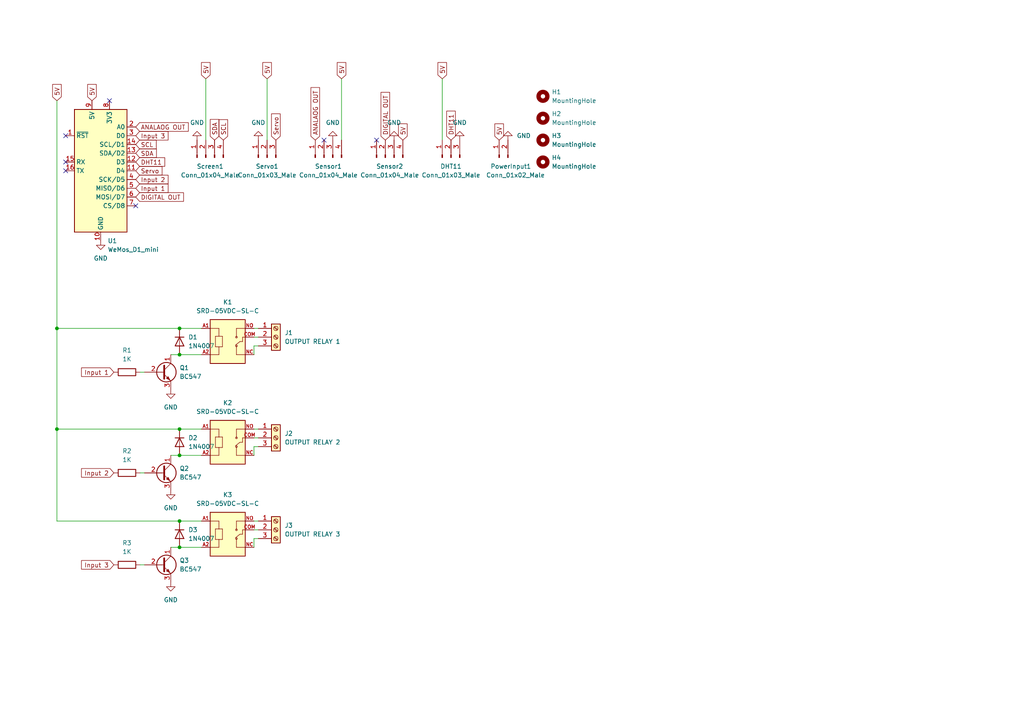
<source format=kicad_sch>
(kicad_sch (version 20211123) (generator eeschema)

  (uuid 0883b1db-e608-4e21-a805-80e73732e2a5)

  (paper "A4")

  (lib_symbols
    (symbol "Connector:Conn_01x02_Male" (pin_names (offset 1.016) hide) (in_bom yes) (on_board yes)
      (property "Reference" "J" (id 0) (at 0 2.54 0)
        (effects (font (size 1.27 1.27)))
      )
      (property "Value" "Conn_01x02_Male" (id 1) (at 0 -5.08 0)
        (effects (font (size 1.27 1.27)))
      )
      (property "Footprint" "" (id 2) (at 0 0 0)
        (effects (font (size 1.27 1.27)) hide)
      )
      (property "Datasheet" "~" (id 3) (at 0 0 0)
        (effects (font (size 1.27 1.27)) hide)
      )
      (property "ki_keywords" "connector" (id 4) (at 0 0 0)
        (effects (font (size 1.27 1.27)) hide)
      )
      (property "ki_description" "Generic connector, single row, 01x02, script generated (kicad-library-utils/schlib/autogen/connector/)" (id 5) (at 0 0 0)
        (effects (font (size 1.27 1.27)) hide)
      )
      (property "ki_fp_filters" "Connector*:*_1x??_*" (id 6) (at 0 0 0)
        (effects (font (size 1.27 1.27)) hide)
      )
      (symbol "Conn_01x02_Male_1_1"
        (polyline
          (pts
            (xy 1.27 -2.54)
            (xy 0.8636 -2.54)
          )
          (stroke (width 0.1524) (type default) (color 0 0 0 0))
          (fill (type none))
        )
        (polyline
          (pts
            (xy 1.27 0)
            (xy 0.8636 0)
          )
          (stroke (width 0.1524) (type default) (color 0 0 0 0))
          (fill (type none))
        )
        (rectangle (start 0.8636 -2.413) (end 0 -2.667)
          (stroke (width 0.1524) (type default) (color 0 0 0 0))
          (fill (type outline))
        )
        (rectangle (start 0.8636 0.127) (end 0 -0.127)
          (stroke (width 0.1524) (type default) (color 0 0 0 0))
          (fill (type outline))
        )
        (pin passive line (at 5.08 0 180) (length 3.81)
          (name "Pin_1" (effects (font (size 1.27 1.27))))
          (number "1" (effects (font (size 1.27 1.27))))
        )
        (pin passive line (at 5.08 -2.54 180) (length 3.81)
          (name "Pin_2" (effects (font (size 1.27 1.27))))
          (number "2" (effects (font (size 1.27 1.27))))
        )
      )
    )
    (symbol "Connector:Conn_01x03_Male" (pin_names (offset 1.016) hide) (in_bom yes) (on_board yes)
      (property "Reference" "J" (id 0) (at 0 5.08 0)
        (effects (font (size 1.27 1.27)))
      )
      (property "Value" "Conn_01x03_Male" (id 1) (at 0 -5.08 0)
        (effects (font (size 1.27 1.27)))
      )
      (property "Footprint" "" (id 2) (at 0 0 0)
        (effects (font (size 1.27 1.27)) hide)
      )
      (property "Datasheet" "~" (id 3) (at 0 0 0)
        (effects (font (size 1.27 1.27)) hide)
      )
      (property "ki_keywords" "connector" (id 4) (at 0 0 0)
        (effects (font (size 1.27 1.27)) hide)
      )
      (property "ki_description" "Generic connector, single row, 01x03, script generated (kicad-library-utils/schlib/autogen/connector/)" (id 5) (at 0 0 0)
        (effects (font (size 1.27 1.27)) hide)
      )
      (property "ki_fp_filters" "Connector*:*_1x??_*" (id 6) (at 0 0 0)
        (effects (font (size 1.27 1.27)) hide)
      )
      (symbol "Conn_01x03_Male_1_1"
        (polyline
          (pts
            (xy 1.27 -2.54)
            (xy 0.8636 -2.54)
          )
          (stroke (width 0.1524) (type default) (color 0 0 0 0))
          (fill (type none))
        )
        (polyline
          (pts
            (xy 1.27 0)
            (xy 0.8636 0)
          )
          (stroke (width 0.1524) (type default) (color 0 0 0 0))
          (fill (type none))
        )
        (polyline
          (pts
            (xy 1.27 2.54)
            (xy 0.8636 2.54)
          )
          (stroke (width 0.1524) (type default) (color 0 0 0 0))
          (fill (type none))
        )
        (rectangle (start 0.8636 -2.413) (end 0 -2.667)
          (stroke (width 0.1524) (type default) (color 0 0 0 0))
          (fill (type outline))
        )
        (rectangle (start 0.8636 0.127) (end 0 -0.127)
          (stroke (width 0.1524) (type default) (color 0 0 0 0))
          (fill (type outline))
        )
        (rectangle (start 0.8636 2.667) (end 0 2.413)
          (stroke (width 0.1524) (type default) (color 0 0 0 0))
          (fill (type outline))
        )
        (pin passive line (at 5.08 2.54 180) (length 3.81)
          (name "Pin_1" (effects (font (size 1.27 1.27))))
          (number "1" (effects (font (size 1.27 1.27))))
        )
        (pin passive line (at 5.08 0 180) (length 3.81)
          (name "Pin_2" (effects (font (size 1.27 1.27))))
          (number "2" (effects (font (size 1.27 1.27))))
        )
        (pin passive line (at 5.08 -2.54 180) (length 3.81)
          (name "Pin_3" (effects (font (size 1.27 1.27))))
          (number "3" (effects (font (size 1.27 1.27))))
        )
      )
    )
    (symbol "Connector:Conn_01x04_Male" (pin_names (offset 1.016) hide) (in_bom yes) (on_board yes)
      (property "Reference" "J" (id 0) (at 0 5.08 0)
        (effects (font (size 1.27 1.27)))
      )
      (property "Value" "Conn_01x04_Male" (id 1) (at 0 -7.62 0)
        (effects (font (size 1.27 1.27)))
      )
      (property "Footprint" "" (id 2) (at 0 0 0)
        (effects (font (size 1.27 1.27)) hide)
      )
      (property "Datasheet" "~" (id 3) (at 0 0 0)
        (effects (font (size 1.27 1.27)) hide)
      )
      (property "ki_keywords" "connector" (id 4) (at 0 0 0)
        (effects (font (size 1.27 1.27)) hide)
      )
      (property "ki_description" "Generic connector, single row, 01x04, script generated (kicad-library-utils/schlib/autogen/connector/)" (id 5) (at 0 0 0)
        (effects (font (size 1.27 1.27)) hide)
      )
      (property "ki_fp_filters" "Connector*:*_1x??_*" (id 6) (at 0 0 0)
        (effects (font (size 1.27 1.27)) hide)
      )
      (symbol "Conn_01x04_Male_1_1"
        (polyline
          (pts
            (xy 1.27 -5.08)
            (xy 0.8636 -5.08)
          )
          (stroke (width 0.1524) (type default) (color 0 0 0 0))
          (fill (type none))
        )
        (polyline
          (pts
            (xy 1.27 -2.54)
            (xy 0.8636 -2.54)
          )
          (stroke (width 0.1524) (type default) (color 0 0 0 0))
          (fill (type none))
        )
        (polyline
          (pts
            (xy 1.27 0)
            (xy 0.8636 0)
          )
          (stroke (width 0.1524) (type default) (color 0 0 0 0))
          (fill (type none))
        )
        (polyline
          (pts
            (xy 1.27 2.54)
            (xy 0.8636 2.54)
          )
          (stroke (width 0.1524) (type default) (color 0 0 0 0))
          (fill (type none))
        )
        (rectangle (start 0.8636 -4.953) (end 0 -5.207)
          (stroke (width 0.1524) (type default) (color 0 0 0 0))
          (fill (type outline))
        )
        (rectangle (start 0.8636 -2.413) (end 0 -2.667)
          (stroke (width 0.1524) (type default) (color 0 0 0 0))
          (fill (type outline))
        )
        (rectangle (start 0.8636 0.127) (end 0 -0.127)
          (stroke (width 0.1524) (type default) (color 0 0 0 0))
          (fill (type outline))
        )
        (rectangle (start 0.8636 2.667) (end 0 2.413)
          (stroke (width 0.1524) (type default) (color 0 0 0 0))
          (fill (type outline))
        )
        (pin passive line (at 5.08 2.54 180) (length 3.81)
          (name "Pin_1" (effects (font (size 1.27 1.27))))
          (number "1" (effects (font (size 1.27 1.27))))
        )
        (pin passive line (at 5.08 0 180) (length 3.81)
          (name "Pin_2" (effects (font (size 1.27 1.27))))
          (number "2" (effects (font (size 1.27 1.27))))
        )
        (pin passive line (at 5.08 -2.54 180) (length 3.81)
          (name "Pin_3" (effects (font (size 1.27 1.27))))
          (number "3" (effects (font (size 1.27 1.27))))
        )
        (pin passive line (at 5.08 -5.08 180) (length 3.81)
          (name "Pin_4" (effects (font (size 1.27 1.27))))
          (number "4" (effects (font (size 1.27 1.27))))
        )
      )
    )
    (symbol "Connector:Screw_Terminal_01x03" (pin_names (offset 1.016) hide) (in_bom yes) (on_board yes)
      (property "Reference" "J" (id 0) (at 0 5.08 0)
        (effects (font (size 1.27 1.27)))
      )
      (property "Value" "Screw_Terminal_01x03" (id 1) (at 0 -5.08 0)
        (effects (font (size 1.27 1.27)))
      )
      (property "Footprint" "" (id 2) (at 0 0 0)
        (effects (font (size 1.27 1.27)) hide)
      )
      (property "Datasheet" "~" (id 3) (at 0 0 0)
        (effects (font (size 1.27 1.27)) hide)
      )
      (property "ki_keywords" "screw terminal" (id 4) (at 0 0 0)
        (effects (font (size 1.27 1.27)) hide)
      )
      (property "ki_description" "Generic screw terminal, single row, 01x03, script generated (kicad-library-utils/schlib/autogen/connector/)" (id 5) (at 0 0 0)
        (effects (font (size 1.27 1.27)) hide)
      )
      (property "ki_fp_filters" "TerminalBlock*:*" (id 6) (at 0 0 0)
        (effects (font (size 1.27 1.27)) hide)
      )
      (symbol "Screw_Terminal_01x03_1_1"
        (rectangle (start -1.27 3.81) (end 1.27 -3.81)
          (stroke (width 0.254) (type default) (color 0 0 0 0))
          (fill (type background))
        )
        (circle (center 0 -2.54) (radius 0.635)
          (stroke (width 0.1524) (type default) (color 0 0 0 0))
          (fill (type none))
        )
        (polyline
          (pts
            (xy -0.5334 -2.2098)
            (xy 0.3302 -3.048)
          )
          (stroke (width 0.1524) (type default) (color 0 0 0 0))
          (fill (type none))
        )
        (polyline
          (pts
            (xy -0.5334 0.3302)
            (xy 0.3302 -0.508)
          )
          (stroke (width 0.1524) (type default) (color 0 0 0 0))
          (fill (type none))
        )
        (polyline
          (pts
            (xy -0.5334 2.8702)
            (xy 0.3302 2.032)
          )
          (stroke (width 0.1524) (type default) (color 0 0 0 0))
          (fill (type none))
        )
        (polyline
          (pts
            (xy -0.3556 -2.032)
            (xy 0.508 -2.8702)
          )
          (stroke (width 0.1524) (type default) (color 0 0 0 0))
          (fill (type none))
        )
        (polyline
          (pts
            (xy -0.3556 0.508)
            (xy 0.508 -0.3302)
          )
          (stroke (width 0.1524) (type default) (color 0 0 0 0))
          (fill (type none))
        )
        (polyline
          (pts
            (xy -0.3556 3.048)
            (xy 0.508 2.2098)
          )
          (stroke (width 0.1524) (type default) (color 0 0 0 0))
          (fill (type none))
        )
        (circle (center 0 0) (radius 0.635)
          (stroke (width 0.1524) (type default) (color 0 0 0 0))
          (fill (type none))
        )
        (circle (center 0 2.54) (radius 0.635)
          (stroke (width 0.1524) (type default) (color 0 0 0 0))
          (fill (type none))
        )
        (pin passive line (at -5.08 2.54 0) (length 3.81)
          (name "Pin_1" (effects (font (size 1.27 1.27))))
          (number "1" (effects (font (size 1.27 1.27))))
        )
        (pin passive line (at -5.08 0 0) (length 3.81)
          (name "Pin_2" (effects (font (size 1.27 1.27))))
          (number "2" (effects (font (size 1.27 1.27))))
        )
        (pin passive line (at -5.08 -2.54 0) (length 3.81)
          (name "Pin_3" (effects (font (size 1.27 1.27))))
          (number "3" (effects (font (size 1.27 1.27))))
        )
      )
    )
    (symbol "Device:R" (pin_numbers hide) (pin_names (offset 0)) (in_bom yes) (on_board yes)
      (property "Reference" "R" (id 0) (at 2.032 0 90)
        (effects (font (size 1.27 1.27)))
      )
      (property "Value" "R" (id 1) (at 0 0 90)
        (effects (font (size 1.27 1.27)))
      )
      (property "Footprint" "" (id 2) (at -1.778 0 90)
        (effects (font (size 1.27 1.27)) hide)
      )
      (property "Datasheet" "~" (id 3) (at 0 0 0)
        (effects (font (size 1.27 1.27)) hide)
      )
      (property "ki_keywords" "R res resistor" (id 4) (at 0 0 0)
        (effects (font (size 1.27 1.27)) hide)
      )
      (property "ki_description" "Resistor" (id 5) (at 0 0 0)
        (effects (font (size 1.27 1.27)) hide)
      )
      (property "ki_fp_filters" "R_*" (id 6) (at 0 0 0)
        (effects (font (size 1.27 1.27)) hide)
      )
      (symbol "R_0_1"
        (rectangle (start -1.016 -2.54) (end 1.016 2.54)
          (stroke (width 0.254) (type default) (color 0 0 0 0))
          (fill (type none))
        )
      )
      (symbol "R_1_1"
        (pin passive line (at 0 3.81 270) (length 1.27)
          (name "~" (effects (font (size 1.27 1.27))))
          (number "1" (effects (font (size 1.27 1.27))))
        )
        (pin passive line (at 0 -3.81 90) (length 1.27)
          (name "~" (effects (font (size 1.27 1.27))))
          (number "2" (effects (font (size 1.27 1.27))))
        )
      )
    )
    (symbol "Diode:1N4007" (pin_numbers hide) (pin_names hide) (in_bom yes) (on_board yes)
      (property "Reference" "D" (id 0) (at 0 2.54 0)
        (effects (font (size 1.27 1.27)))
      )
      (property "Value" "1N4007" (id 1) (at 0 -2.54 0)
        (effects (font (size 1.27 1.27)))
      )
      (property "Footprint" "Diode_THT:D_DO-41_SOD81_P10.16mm_Horizontal" (id 2) (at 0 -4.445 0)
        (effects (font (size 1.27 1.27)) hide)
      )
      (property "Datasheet" "http://www.vishay.com/docs/88503/1n4001.pdf" (id 3) (at 0 0 0)
        (effects (font (size 1.27 1.27)) hide)
      )
      (property "ki_keywords" "diode" (id 4) (at 0 0 0)
        (effects (font (size 1.27 1.27)) hide)
      )
      (property "ki_description" "1000V 1A General Purpose Rectifier Diode, DO-41" (id 5) (at 0 0 0)
        (effects (font (size 1.27 1.27)) hide)
      )
      (property "ki_fp_filters" "D*DO?41*" (id 6) (at 0 0 0)
        (effects (font (size 1.27 1.27)) hide)
      )
      (symbol "1N4007_0_1"
        (polyline
          (pts
            (xy -1.27 1.27)
            (xy -1.27 -1.27)
          )
          (stroke (width 0.254) (type default) (color 0 0 0 0))
          (fill (type none))
        )
        (polyline
          (pts
            (xy 1.27 0)
            (xy -1.27 0)
          )
          (stroke (width 0) (type default) (color 0 0 0 0))
          (fill (type none))
        )
        (polyline
          (pts
            (xy 1.27 1.27)
            (xy 1.27 -1.27)
            (xy -1.27 0)
            (xy 1.27 1.27)
          )
          (stroke (width 0.254) (type default) (color 0 0 0 0))
          (fill (type none))
        )
      )
      (symbol "1N4007_1_1"
        (pin passive line (at -3.81 0 0) (length 2.54)
          (name "K" (effects (font (size 1.27 1.27))))
          (number "1" (effects (font (size 1.27 1.27))))
        )
        (pin passive line (at 3.81 0 180) (length 2.54)
          (name "A" (effects (font (size 1.27 1.27))))
          (number "2" (effects (font (size 1.27 1.27))))
        )
      )
    )
    (symbol "MCU_Module:WeMos_D1_mini" (in_bom yes) (on_board yes)
      (property "Reference" "U" (id 0) (at 3.81 19.05 0)
        (effects (font (size 1.27 1.27)) (justify left))
      )
      (property "Value" "WeMos_D1_mini" (id 1) (at 1.27 -19.05 0)
        (effects (font (size 1.27 1.27)) (justify left))
      )
      (property "Footprint" "Module:WEMOS_D1_mini_light" (id 2) (at 0 -29.21 0)
        (effects (font (size 1.27 1.27)) hide)
      )
      (property "Datasheet" "https://wiki.wemos.cc/products:d1:d1_mini#documentation" (id 3) (at -46.99 -29.21 0)
        (effects (font (size 1.27 1.27)) hide)
      )
      (property "ki_keywords" "ESP8266 WiFi microcontroller ESP8266EX" (id 4) (at 0 0 0)
        (effects (font (size 1.27 1.27)) hide)
      )
      (property "ki_description" "32-bit microcontroller module with WiFi" (id 5) (at 0 0 0)
        (effects (font (size 1.27 1.27)) hide)
      )
      (property "ki_fp_filters" "WEMOS*D1*mini*" (id 6) (at 0 0 0)
        (effects (font (size 1.27 1.27)) hide)
      )
      (symbol "WeMos_D1_mini_1_1"
        (rectangle (start -7.62 17.78) (end 7.62 -17.78)
          (stroke (width 0.254) (type default) (color 0 0 0 0))
          (fill (type background))
        )
        (pin input line (at -10.16 10.16 0) (length 2.54)
          (name "~{RST}" (effects (font (size 1.27 1.27))))
          (number "1" (effects (font (size 1.27 1.27))))
        )
        (pin power_in line (at 0 -20.32 90) (length 2.54)
          (name "GND" (effects (font (size 1.27 1.27))))
          (number "10" (effects (font (size 1.27 1.27))))
        )
        (pin bidirectional line (at 10.16 0 180) (length 2.54)
          (name "D4" (effects (font (size 1.27 1.27))))
          (number "11" (effects (font (size 1.27 1.27))))
        )
        (pin bidirectional line (at 10.16 2.54 180) (length 2.54)
          (name "D3" (effects (font (size 1.27 1.27))))
          (number "12" (effects (font (size 1.27 1.27))))
        )
        (pin bidirectional line (at 10.16 5.08 180) (length 2.54)
          (name "SDA/D2" (effects (font (size 1.27 1.27))))
          (number "13" (effects (font (size 1.27 1.27))))
        )
        (pin bidirectional line (at 10.16 7.62 180) (length 2.54)
          (name "SCL/D1" (effects (font (size 1.27 1.27))))
          (number "14" (effects (font (size 1.27 1.27))))
        )
        (pin input line (at -10.16 2.54 0) (length 2.54)
          (name "RX" (effects (font (size 1.27 1.27))))
          (number "15" (effects (font (size 1.27 1.27))))
        )
        (pin output line (at -10.16 0 0) (length 2.54)
          (name "TX" (effects (font (size 1.27 1.27))))
          (number "16" (effects (font (size 1.27 1.27))))
        )
        (pin input line (at 10.16 12.7 180) (length 2.54)
          (name "A0" (effects (font (size 1.27 1.27))))
          (number "2" (effects (font (size 1.27 1.27))))
        )
        (pin bidirectional line (at 10.16 10.16 180) (length 2.54)
          (name "D0" (effects (font (size 1.27 1.27))))
          (number "3" (effects (font (size 1.27 1.27))))
        )
        (pin bidirectional line (at 10.16 -2.54 180) (length 2.54)
          (name "SCK/D5" (effects (font (size 1.27 1.27))))
          (number "4" (effects (font (size 1.27 1.27))))
        )
        (pin bidirectional line (at 10.16 -5.08 180) (length 2.54)
          (name "MISO/D6" (effects (font (size 1.27 1.27))))
          (number "5" (effects (font (size 1.27 1.27))))
        )
        (pin bidirectional line (at 10.16 -7.62 180) (length 2.54)
          (name "MOSI/D7" (effects (font (size 1.27 1.27))))
          (number "6" (effects (font (size 1.27 1.27))))
        )
        (pin bidirectional line (at 10.16 -10.16 180) (length 2.54)
          (name "CS/D8" (effects (font (size 1.27 1.27))))
          (number "7" (effects (font (size 1.27 1.27))))
        )
        (pin power_out line (at 2.54 20.32 270) (length 2.54)
          (name "3V3" (effects (font (size 1.27 1.27))))
          (number "8" (effects (font (size 1.27 1.27))))
        )
        (pin power_in line (at -2.54 20.32 270) (length 2.54)
          (name "5V" (effects (font (size 1.27 1.27))))
          (number "9" (effects (font (size 1.27 1.27))))
        )
      )
    )
    (symbol "Mechanical:MountingHole" (pin_names (offset 1.016)) (in_bom yes) (on_board yes)
      (property "Reference" "H" (id 0) (at 0 5.08 0)
        (effects (font (size 1.27 1.27)))
      )
      (property "Value" "MountingHole" (id 1) (at 0 3.175 0)
        (effects (font (size 1.27 1.27)))
      )
      (property "Footprint" "" (id 2) (at 0 0 0)
        (effects (font (size 1.27 1.27)) hide)
      )
      (property "Datasheet" "~" (id 3) (at 0 0 0)
        (effects (font (size 1.27 1.27)) hide)
      )
      (property "ki_keywords" "mounting hole" (id 4) (at 0 0 0)
        (effects (font (size 1.27 1.27)) hide)
      )
      (property "ki_description" "Mounting Hole without connection" (id 5) (at 0 0 0)
        (effects (font (size 1.27 1.27)) hide)
      )
      (property "ki_fp_filters" "MountingHole*" (id 6) (at 0 0 0)
        (effects (font (size 1.27 1.27)) hide)
      )
      (symbol "MountingHole_0_1"
        (circle (center 0 0) (radius 1.27)
          (stroke (width 1.27) (type default) (color 0 0 0 0))
          (fill (type none))
        )
      )
    )
    (symbol "SRD-05VDC-SL-C:SRD-05VDC-SL-C" (pin_names (offset 1.016)) (in_bom yes) (on_board yes)
      (property "Reference" "K" (id 0) (at -5.0809 5.843 0)
        (effects (font (size 1.27 1.27)) (justify left bottom))
      )
      (property "Value" "SRD-05VDC-SL-C" (id 1) (at -5.0832 -10.1664 0)
        (effects (font (size 1.27 1.27)) (justify left bottom))
      )
      (property "Footprint" "RELAY_SRD-05VDC-SL-C" (id 2) (at 0 0 0)
        (effects (font (size 1.27 1.27)) (justify bottom) hide)
      )
      (property "Datasheet" "" (id 3) (at 0 0 0)
        (effects (font (size 1.27 1.27)) hide)
      )
      (property "MANUFACTURER" "SONGLE RELAY" (id 4) (at 0 0 0)
        (effects (font (size 1.27 1.27)) (justify bottom) hide)
      )
      (property "STANDARD" "IPC-7251" (id 5) (at 0 0 0)
        (effects (font (size 1.27 1.27)) (justify bottom) hide)
      )
      (symbol "SRD-05VDC-SL-C_0_0"
        (rectangle (start -5.08 -7.62) (end 5.08 5.08)
          (stroke (width 0.254) (type default) (color 0 0 0 0))
          (fill (type background))
        )
        (polyline
          (pts
            (xy -5.08 2.54)
            (xy -2.54 2.54)
          )
          (stroke (width 0.1524) (type default) (color 0 0 0 0))
          (fill (type none))
        )
        (polyline
          (pts
            (xy -3.556 -2.794)
            (xy -2.54 -2.794)
          )
          (stroke (width 0.1524) (type default) (color 0 0 0 0))
          (fill (type none))
        )
        (polyline
          (pts
            (xy -3.556 0.254)
            (xy -3.556 -2.794)
          )
          (stroke (width 0.1524) (type default) (color 0 0 0 0))
          (fill (type none))
        )
        (polyline
          (pts
            (xy -2.54 -5.08)
            (xy -5.08 -5.08)
          )
          (stroke (width 0.1524) (type default) (color 0 0 0 0))
          (fill (type none))
        )
        (polyline
          (pts
            (xy -2.54 -2.794)
            (xy -2.54 -5.08)
          )
          (stroke (width 0.1524) (type default) (color 0 0 0 0))
          (fill (type none))
        )
        (polyline
          (pts
            (xy -2.54 -2.794)
            (xy -1.524 -2.794)
          )
          (stroke (width 0.1524) (type default) (color 0 0 0 0))
          (fill (type none))
        )
        (polyline
          (pts
            (xy -2.54 0.254)
            (xy -3.556 0.254)
          )
          (stroke (width 0.1524) (type default) (color 0 0 0 0))
          (fill (type none))
        )
        (polyline
          (pts
            (xy -2.54 2.54)
            (xy -2.54 0.254)
          )
          (stroke (width 0.1524) (type default) (color 0 0 0 0))
          (fill (type none))
        )
        (polyline
          (pts
            (xy -1.524 -2.794)
            (xy -1.524 0.254)
          )
          (stroke (width 0.1524) (type default) (color 0 0 0 0))
          (fill (type none))
        )
        (polyline
          (pts
            (xy -1.524 0.254)
            (xy -2.54 0.254)
          )
          (stroke (width 0.1524) (type default) (color 0 0 0 0))
          (fill (type none))
        )
        (polyline
          (pts
            (xy 2.54 -5.08)
            (xy 5.08 -5.08)
          )
          (stroke (width 0.1524) (type default) (color 0 0 0 0))
          (fill (type none))
        )
        (polyline
          (pts
            (xy 2.54 -2.54)
            (xy 2.54 -5.08)
          )
          (stroke (width 0.1524) (type default) (color 0 0 0 0))
          (fill (type none))
        )
        (polyline
          (pts
            (xy 2.54 2.54)
            (xy 2.54 0)
          )
          (stroke (width 0.1524) (type default) (color 0 0 0 0))
          (fill (type none))
        )
        (polyline
          (pts
            (xy 3.556 -1.27)
            (xy 2.286 -2.286)
          )
          (stroke (width 0.1524) (type default) (color 0 0 0 0))
          (fill (type none))
        )
        (polyline
          (pts
            (xy 3.556 -1.27)
            (xy 4.318 -1.27)
          )
          (stroke (width 0.1524) (type default) (color 0 0 0 0))
          (fill (type none))
        )
        (polyline
          (pts
            (xy 4.318 -1.27)
            (xy 4.318 0)
          )
          (stroke (width 0.1524) (type default) (color 0 0 0 0))
          (fill (type none))
        )
        (polyline
          (pts
            (xy 4.318 0)
            (xy 5.08 0)
          )
          (stroke (width 0.1524) (type default) (color 0 0 0 0))
          (fill (type none))
        )
        (polyline
          (pts
            (xy 5.08 2.54)
            (xy 2.54 2.54)
          )
          (stroke (width 0.1524) (type default) (color 0 0 0 0))
          (fill (type none))
        )
        (circle (center 2.54 -2.54) (radius 0.254)
          (stroke (width 0.1524) (type default) (color 0 0 0 0))
          (fill (type none))
        )
        (circle (center 2.54 0) (radius 0.254)
          (stroke (width 0.1524) (type default) (color 0 0 0 0))
          (fill (type none))
        )
        (pin passive line (at -7.62 2.54 0) (length 2.54)
          (name "~" (effects (font (size 1.016 1.016))))
          (number "A1" (effects (font (size 1.016 1.016))))
        )
        (pin passive line (at -7.62 -5.08 0) (length 2.54)
          (name "~" (effects (font (size 1.016 1.016))))
          (number "A2" (effects (font (size 1.016 1.016))))
        )
        (pin passive line (at 7.62 0 180) (length 2.54)
          (name "~" (effects (font (size 1.016 1.016))))
          (number "COM" (effects (font (size 1.016 1.016))))
        )
        (pin passive line (at 7.62 -5.08 180) (length 2.54)
          (name "~" (effects (font (size 1.016 1.016))))
          (number "NC" (effects (font (size 1.016 1.016))))
        )
        (pin passive line (at 7.62 2.54 180) (length 2.54)
          (name "~" (effects (font (size 1.016 1.016))))
          (number "NO" (effects (font (size 1.016 1.016))))
        )
      )
    )
    (symbol "Transistor_BJT:BC547" (pin_names (offset 0) hide) (in_bom yes) (on_board yes)
      (property "Reference" "Q" (id 0) (at 5.08 1.905 0)
        (effects (font (size 1.27 1.27)) (justify left))
      )
      (property "Value" "BC547" (id 1) (at 5.08 0 0)
        (effects (font (size 1.27 1.27)) (justify left))
      )
      (property "Footprint" "Package_TO_SOT_THT:TO-92_Inline" (id 2) (at 5.08 -1.905 0)
        (effects (font (size 1.27 1.27) italic) (justify left) hide)
      )
      (property "Datasheet" "https://www.onsemi.com/pub/Collateral/BC550-D.pdf" (id 3) (at 0 0 0)
        (effects (font (size 1.27 1.27)) (justify left) hide)
      )
      (property "ki_keywords" "NPN Transistor" (id 4) (at 0 0 0)
        (effects (font (size 1.27 1.27)) hide)
      )
      (property "ki_description" "0.1A Ic, 45V Vce, Small Signal NPN Transistor, TO-92" (id 5) (at 0 0 0)
        (effects (font (size 1.27 1.27)) hide)
      )
      (property "ki_fp_filters" "TO?92*" (id 6) (at 0 0 0)
        (effects (font (size 1.27 1.27)) hide)
      )
      (symbol "BC547_0_1"
        (polyline
          (pts
            (xy 0 0)
            (xy 0.635 0)
          )
          (stroke (width 0) (type default) (color 0 0 0 0))
          (fill (type none))
        )
        (polyline
          (pts
            (xy 0.635 0.635)
            (xy 2.54 2.54)
          )
          (stroke (width 0) (type default) (color 0 0 0 0))
          (fill (type none))
        )
        (polyline
          (pts
            (xy 0.635 -0.635)
            (xy 2.54 -2.54)
            (xy 2.54 -2.54)
          )
          (stroke (width 0) (type default) (color 0 0 0 0))
          (fill (type none))
        )
        (polyline
          (pts
            (xy 0.635 1.905)
            (xy 0.635 -1.905)
            (xy 0.635 -1.905)
          )
          (stroke (width 0.508) (type default) (color 0 0 0 0))
          (fill (type none))
        )
        (polyline
          (pts
            (xy 1.27 -1.778)
            (xy 1.778 -1.27)
            (xy 2.286 -2.286)
            (xy 1.27 -1.778)
            (xy 1.27 -1.778)
          )
          (stroke (width 0) (type default) (color 0 0 0 0))
          (fill (type outline))
        )
        (circle (center 1.27 0) (radius 2.8194)
          (stroke (width 0.254) (type default) (color 0 0 0 0))
          (fill (type none))
        )
      )
      (symbol "BC547_1_1"
        (pin passive line (at 2.54 5.08 270) (length 2.54)
          (name "C" (effects (font (size 1.27 1.27))))
          (number "1" (effects (font (size 1.27 1.27))))
        )
        (pin input line (at -5.08 0 0) (length 5.08)
          (name "B" (effects (font (size 1.27 1.27))))
          (number "2" (effects (font (size 1.27 1.27))))
        )
        (pin passive line (at 2.54 -5.08 90) (length 2.54)
          (name "E" (effects (font (size 1.27 1.27))))
          (number "3" (effects (font (size 1.27 1.27))))
        )
      )
    )
    (symbol "power:GND" (power) (pin_names (offset 0)) (in_bom yes) (on_board yes)
      (property "Reference" "#PWR" (id 0) (at 0 -6.35 0)
        (effects (font (size 1.27 1.27)) hide)
      )
      (property "Value" "GND" (id 1) (at 0 -3.81 0)
        (effects (font (size 1.27 1.27)))
      )
      (property "Footprint" "" (id 2) (at 0 0 0)
        (effects (font (size 1.27 1.27)) hide)
      )
      (property "Datasheet" "" (id 3) (at 0 0 0)
        (effects (font (size 1.27 1.27)) hide)
      )
      (property "ki_keywords" "global power" (id 4) (at 0 0 0)
        (effects (font (size 1.27 1.27)) hide)
      )
      (property "ki_description" "Power symbol creates a global label with name \"GND\" , ground" (id 5) (at 0 0 0)
        (effects (font (size 1.27 1.27)) hide)
      )
      (symbol "GND_0_1"
        (polyline
          (pts
            (xy 0 0)
            (xy 0 -1.27)
            (xy 1.27 -1.27)
            (xy 0 -2.54)
            (xy -1.27 -1.27)
            (xy 0 -1.27)
          )
          (stroke (width 0) (type default) (color 0 0 0 0))
          (fill (type none))
        )
      )
      (symbol "GND_1_1"
        (pin power_in line (at 0 0 270) (length 0) hide
          (name "GND" (effects (font (size 1.27 1.27))))
          (number "1" (effects (font (size 1.27 1.27))))
        )
      )
    )
  )

  (junction (at 16.51 95.25) (diameter 0) (color 0 0 0 0)
    (uuid 2987806a-0369-4f3c-a8a7-59d7d6bd9d24)
  )
  (junction (at 52.07 95.25) (diameter 0) (color 0 0 0 0)
    (uuid a57788eb-284e-4e10-b729-a1068bbd221c)
  )
  (junction (at 16.51 124.46) (diameter 0) (color 0 0 0 0)
    (uuid b929095b-c316-4645-bae2-0b397c536edc)
  )
  (junction (at 52.07 102.87) (diameter 0) (color 0 0 0 0)
    (uuid bf08fef9-f887-4079-a658-5925e0773a10)
  )
  (junction (at 52.07 158.75) (diameter 0) (color 0 0 0 0)
    (uuid ca9e1889-d01b-415b-aa4a-c5cdda5fef69)
  )
  (junction (at 52.07 151.13) (diameter 0) (color 0 0 0 0)
    (uuid cff84cb0-f291-42d1-9d60-816fe50efb72)
  )
  (junction (at 52.07 124.46) (diameter 0) (color 0 0 0 0)
    (uuid ee6f8069-01c0-4ecb-90d8-40ef7beb2a29)
  )
  (junction (at 52.07 132.08) (diameter 0) (color 0 0 0 0)
    (uuid f5774844-f7e3-4105-aeb3-ead5ef341b02)
  )

  (no_connect (at 39.37 59.69) (uuid 43fe4703-1d0b-4b1e-8664-8ae7290db5bf))
  (no_connect (at 19.05 46.99) (uuid 4e7818e3-f62c-4a3b-b10f-ea45286d34da))
  (no_connect (at 19.05 39.37) (uuid 522df166-6f4b-488b-8090-f0b0d3f63a1e))
  (no_connect (at 31.75 29.21) (uuid 79aa7f0a-19fa-4a29-b9b1-e44c56b8a186))
  (no_connect (at 109.22 40.64) (uuid 7bb2deba-c11b-4482-9dbd-a8d6697ab255))
  (no_connect (at 93.98 40.64) (uuid 8d61fc66-6a64-4eba-bf35-8596cd0ea6b2))
  (no_connect (at 19.05 49.53) (uuid 99c13394-4f8d-4d14-927b-ccf5adacc912))

  (wire (pts (xy 16.51 151.13) (xy 16.51 124.46))
    (stroke (width 0) (type default) (color 0 0 0 0))
    (uuid 0072f613-33ad-46e1-a07e-0ebcea8d3e0c)
  )
  (wire (pts (xy 59.69 22.86) (xy 59.69 40.64))
    (stroke (width 0) (type default) (color 0 0 0 0))
    (uuid 01aab1ff-16c8-4534-baa6-cbe9a1dcca1d)
  )
  (wire (pts (xy 40.64 137.16) (xy 41.91 137.16))
    (stroke (width 0) (type default) (color 0 0 0 0))
    (uuid 0678fc8b-011d-4284-8a6d-9d7d88b2aa9f)
  )
  (wire (pts (xy 73.66 153.67) (xy 74.93 153.67))
    (stroke (width 0) (type default) (color 0 0 0 0))
    (uuid 0a9c8a68-2b6c-4213-8ce5-a56236f5c715)
  )
  (wire (pts (xy 73.66 124.46) (xy 74.93 124.46))
    (stroke (width 0) (type default) (color 0 0 0 0))
    (uuid 166be37b-1d37-4824-bf0c-ed6c02aa8ddf)
  )
  (wire (pts (xy 40.64 107.95) (xy 41.91 107.95))
    (stroke (width 0) (type default) (color 0 0 0 0))
    (uuid 24baf199-851c-405a-a274-1511f01dbc68)
  )
  (wire (pts (xy 16.51 124.46) (xy 52.07 124.46))
    (stroke (width 0) (type default) (color 0 0 0 0))
    (uuid 2f9431e7-d215-4a98-a479-6a9c4c1e9cf4)
  )
  (wire (pts (xy 77.47 22.86) (xy 77.47 40.64))
    (stroke (width 0) (type default) (color 0 0 0 0))
    (uuid 375a7406-6312-4bcc-ac3c-7d3106a8864a)
  )
  (wire (pts (xy 73.66 132.08) (xy 73.66 129.54))
    (stroke (width 0) (type default) (color 0 0 0 0))
    (uuid 381f6be7-4350-4a0f-a66f-e26bf7f780ea)
  )
  (wire (pts (xy 52.07 124.46) (xy 58.42 124.46))
    (stroke (width 0) (type default) (color 0 0 0 0))
    (uuid 4aa18291-0420-49c3-9ed8-409455730dea)
  )
  (wire (pts (xy 73.66 102.87) (xy 73.66 100.33))
    (stroke (width 0) (type default) (color 0 0 0 0))
    (uuid 4d686a84-d878-45a2-bbb1-ced67376a18e)
  )
  (wire (pts (xy 49.53 158.75) (xy 52.07 158.75))
    (stroke (width 0) (type default) (color 0 0 0 0))
    (uuid 50406001-2382-49d0-a7ad-ee38900e2d9a)
  )
  (wire (pts (xy 73.66 97.79) (xy 74.93 97.79))
    (stroke (width 0) (type default) (color 0 0 0 0))
    (uuid 53b859a8-d9fe-41d6-8aa9-3ab8e97272c8)
  )
  (wire (pts (xy 52.07 95.25) (xy 58.42 95.25))
    (stroke (width 0) (type default) (color 0 0 0 0))
    (uuid 5dabbd28-51e5-414c-bc16-f2df725b6bac)
  )
  (wire (pts (xy 99.06 22.86) (xy 99.06 40.64))
    (stroke (width 0) (type default) (color 0 0 0 0))
    (uuid 61339104-e358-4aa9-bda9-bdcfbc05a2e9)
  )
  (wire (pts (xy 52.07 151.13) (xy 58.42 151.13))
    (stroke (width 0) (type default) (color 0 0 0 0))
    (uuid 72b78cea-f0df-437b-b240-c30474aa31c2)
  )
  (wire (pts (xy 73.66 129.54) (xy 74.93 129.54))
    (stroke (width 0) (type default) (color 0 0 0 0))
    (uuid 7859ee03-cbbc-45ca-abaa-1bde130911df)
  )
  (wire (pts (xy 73.66 95.25) (xy 74.93 95.25))
    (stroke (width 0) (type default) (color 0 0 0 0))
    (uuid 832d72be-1e0c-4a31-9a97-ee3204866495)
  )
  (wire (pts (xy 73.66 156.21) (xy 74.93 156.21))
    (stroke (width 0) (type default) (color 0 0 0 0))
    (uuid 91c2d3ad-183e-4a86-a519-9f6d4030322d)
  )
  (wire (pts (xy 16.51 151.13) (xy 52.07 151.13))
    (stroke (width 0) (type default) (color 0 0 0 0))
    (uuid 9718b3a7-5c21-4a0e-bc83-618de4ce57d0)
  )
  (wire (pts (xy 16.51 95.25) (xy 16.51 124.46))
    (stroke (width 0) (type default) (color 0 0 0 0))
    (uuid a2f0dfd3-7098-48a7-89f3-bb126f730ede)
  )
  (wire (pts (xy 49.53 102.87) (xy 52.07 102.87))
    (stroke (width 0) (type default) (color 0 0 0 0))
    (uuid adc9d194-b3d4-4932-9889-8063ca133c80)
  )
  (wire (pts (xy 73.66 127) (xy 74.93 127))
    (stroke (width 0) (type default) (color 0 0 0 0))
    (uuid baece062-2d2c-433b-a1b6-33ff16b15e6b)
  )
  (wire (pts (xy 16.51 95.25) (xy 52.07 95.25))
    (stroke (width 0) (type default) (color 0 0 0 0))
    (uuid bfda8bbf-53ea-4ffe-971e-aace60dd2f6c)
  )
  (wire (pts (xy 40.64 163.83) (xy 41.91 163.83))
    (stroke (width 0) (type default) (color 0 0 0 0))
    (uuid c52ac1ab-4dca-4c9b-8ee1-09281b607691)
  )
  (wire (pts (xy 73.66 151.13) (xy 74.93 151.13))
    (stroke (width 0) (type default) (color 0 0 0 0))
    (uuid c5d8afb9-68a0-4db3-a72d-75b6124afc62)
  )
  (wire (pts (xy 49.53 132.08) (xy 52.07 132.08))
    (stroke (width 0) (type default) (color 0 0 0 0))
    (uuid c7b89fe7-7df7-40f2-bcd7-e76fdc1c47ce)
  )
  (wire (pts (xy 52.07 158.75) (xy 58.42 158.75))
    (stroke (width 0) (type default) (color 0 0 0 0))
    (uuid cd9e40dd-f215-453a-82b2-541ac837720e)
  )
  (wire (pts (xy 73.66 100.33) (xy 74.93 100.33))
    (stroke (width 0) (type default) (color 0 0 0 0))
    (uuid d1b44ec5-17c8-4c34-aa76-6d379d4da809)
  )
  (wire (pts (xy 73.66 158.75) (xy 73.66 156.21))
    (stroke (width 0) (type default) (color 0 0 0 0))
    (uuid d35e4937-77df-4ab1-b258-078f232fd2a8)
  )
  (wire (pts (xy 128.27 22.86) (xy 128.27 40.64))
    (stroke (width 0) (type default) (color 0 0 0 0))
    (uuid d5c1a5ef-1efa-48fb-8ba6-c182e0834496)
  )
  (wire (pts (xy 16.51 29.21) (xy 16.51 95.25))
    (stroke (width 0) (type default) (color 0 0 0 0))
    (uuid d7735608-8feb-4c60-8854-36d621c29517)
  )
  (wire (pts (xy 52.07 102.87) (xy 58.42 102.87))
    (stroke (width 0) (type default) (color 0 0 0 0))
    (uuid d7abbdd3-08f4-484d-9ce9-628953004a39)
  )
  (wire (pts (xy 52.07 132.08) (xy 58.42 132.08))
    (stroke (width 0) (type default) (color 0 0 0 0))
    (uuid e3254523-cb8b-4492-80e8-59fd5309843a)
  )

  (global_label "DIGITAL OUT" (shape input) (at 111.76 40.64 90) (fields_autoplaced)
    (effects (font (size 1.27 1.27)) (justify left))
    (uuid 00e60a2a-4c2c-4982-830e-d5f321732506)
    (property "Intersheet References" "${INTERSHEET_REFS}" (id 0) (at 111.6806 26.7969 90)
      (effects (font (size 1.27 1.27)) (justify left) hide)
    )
  )
  (global_label "5V" (shape input) (at 128.27 22.86 90) (fields_autoplaced)
    (effects (font (size 1.27 1.27)) (justify left))
    (uuid 06b283fb-20f9-41fd-86c8-52126366ef20)
    (property "Intersheet References" "${INTERSHEET_REFS}" (id 0) (at 128.1906 18.1488 90)
      (effects (font (size 1.27 1.27)) (justify left) hide)
    )
  )
  (global_label "ANALAOG OUT" (shape input) (at 91.44 40.64 90) (fields_autoplaced)
    (effects (font (size 1.27 1.27)) (justify left))
    (uuid 1dd5f4dd-aaae-4b88-9c2c-3df56deb10bc)
    (property "Intersheet References" "${INTERSHEET_REFS}" (id 0) (at 91.3606 25.4059 90)
      (effects (font (size 1.27 1.27)) (justify left) hide)
    )
  )
  (global_label "SCL" (shape input) (at 39.37 41.91 0) (fields_autoplaced)
    (effects (font (size 1.27 1.27)) (justify left))
    (uuid 3006f62d-9b1c-4a33-ba38-bd500e4950c7)
    (property "Intersheet References" "${INTERSHEET_REFS}" (id 0) (at 45.2907 41.8306 0)
      (effects (font (size 1.27 1.27)) (justify left) hide)
    )
  )
  (global_label "5V" (shape input) (at 144.78 40.64 90) (fields_autoplaced)
    (effects (font (size 1.27 1.27)) (justify left))
    (uuid 4187b4d1-37f9-48dc-b5d2-fc63ddb6b635)
    (property "Intersheet References" "${INTERSHEET_REFS}" (id 0) (at 144.7006 35.9288 90)
      (effects (font (size 1.27 1.27)) (justify left) hide)
    )
  )
  (global_label "Input 3" (shape input) (at 33.02 163.83 180) (fields_autoplaced)
    (effects (font (size 1.27 1.27)) (justify right))
    (uuid 4386cb9c-3555-45c7-b72f-34d30e1b99cc)
    (property "Intersheet References" "${INTERSHEET_REFS}" (id 0) (at 23.6521 163.7506 0)
      (effects (font (size 1.27 1.27)) (justify right) hide)
    )
  )
  (global_label "Input 3" (shape input) (at 39.37 39.37 0) (fields_autoplaced)
    (effects (font (size 1.27 1.27)) (justify left))
    (uuid 48f0f855-c9d4-46cf-abd7-78384760e613)
    (property "Intersheet References" "${INTERSHEET_REFS}" (id 0) (at 48.7379 39.4494 0)
      (effects (font (size 1.27 1.27)) (justify left) hide)
    )
  )
  (global_label "5V" (shape input) (at 77.47 22.86 90) (fields_autoplaced)
    (effects (font (size 1.27 1.27)) (justify left))
    (uuid 4fe12170-a711-4401-8c06-25a323d00abc)
    (property "Intersheet References" "${INTERSHEET_REFS}" (id 0) (at 77.3906 18.1488 90)
      (effects (font (size 1.27 1.27)) (justify left) hide)
    )
  )
  (global_label "DIGITAL OUT" (shape input) (at 39.37 57.15 0) (fields_autoplaced)
    (effects (font (size 1.27 1.27)) (justify left))
    (uuid 5b998975-6f4f-4276-a9aa-12043d4f249e)
    (property "Intersheet References" "${INTERSHEET_REFS}" (id 0) (at 53.2131 57.0706 0)
      (effects (font (size 1.27 1.27)) (justify left) hide)
    )
  )
  (global_label "5V" (shape input) (at 59.69 22.86 90) (fields_autoplaced)
    (effects (font (size 1.27 1.27)) (justify left))
    (uuid 67388385-69c4-426d-aa9a-7455d16864a0)
    (property "Intersheet References" "${INTERSHEET_REFS}" (id 0) (at 59.6106 18.1488 90)
      (effects (font (size 1.27 1.27)) (justify left) hide)
    )
  )
  (global_label "Input 2" (shape input) (at 33.02 137.16 180) (fields_autoplaced)
    (effects (font (size 1.27 1.27)) (justify right))
    (uuid 7086b1ca-ae34-4915-939f-08fa624757dc)
    (property "Intersheet References" "${INTERSHEET_REFS}" (id 0) (at 23.6521 137.0806 0)
      (effects (font (size 1.27 1.27)) (justify right) hide)
    )
  )
  (global_label "ANALAOG OUT" (shape input) (at 39.37 36.83 0) (fields_autoplaced)
    (effects (font (size 1.27 1.27)) (justify left))
    (uuid 744ec6e4-0e57-428a-88fe-575b148f6af9)
    (property "Intersheet References" "${INTERSHEET_REFS}" (id 0) (at 54.6041 36.7506 0)
      (effects (font (size 1.27 1.27)) (justify left) hide)
    )
  )
  (global_label "SCL" (shape input) (at 64.77 40.64 90) (fields_autoplaced)
    (effects (font (size 1.27 1.27)) (justify left))
    (uuid 81badccc-e0b1-4f69-a1e7-ba34eb60e88f)
    (property "Intersheet References" "${INTERSHEET_REFS}" (id 0) (at 64.6906 34.7193 90)
      (effects (font (size 1.27 1.27)) (justify left) hide)
    )
  )
  (global_label "DHT11" (shape input) (at 130.81 40.64 90) (fields_autoplaced)
    (effects (font (size 1.27 1.27)) (justify left))
    (uuid 867f7b97-d2d2-4824-9218-eb72d1d4342d)
    (property "Intersheet References" "${INTERSHEET_REFS}" (id 0) (at 130.7306 32.2398 90)
      (effects (font (size 1.27 1.27)) (justify left) hide)
    )
  )
  (global_label "5V" (shape input) (at 99.06 22.86 90) (fields_autoplaced)
    (effects (font (size 1.27 1.27)) (justify left))
    (uuid 89d5a3e0-fd2a-49f5-bc72-48476a53dbeb)
    (property "Intersheet References" "${INTERSHEET_REFS}" (id 0) (at 98.9806 18.1488 90)
      (effects (font (size 1.27 1.27)) (justify left) hide)
    )
  )
  (global_label "Input 1" (shape input) (at 33.02 107.95 180) (fields_autoplaced)
    (effects (font (size 1.27 1.27)) (justify right))
    (uuid 9a629132-090c-4351-9873-a28f2ff35382)
    (property "Intersheet References" "${INTERSHEET_REFS}" (id 0) (at 23.6521 107.8706 0)
      (effects (font (size 1.27 1.27)) (justify right) hide)
    )
  )
  (global_label "DHT11" (shape input) (at 39.37 46.99 0) (fields_autoplaced)
    (effects (font (size 1.27 1.27)) (justify left))
    (uuid a3f0a6bd-a6b8-4de8-9cf0-c09b3b91935b)
    (property "Intersheet References" "${INTERSHEET_REFS}" (id 0) (at 47.7702 46.9106 0)
      (effects (font (size 1.27 1.27)) (justify left) hide)
    )
  )
  (global_label "5V" (shape input) (at 26.67 29.21 90) (fields_autoplaced)
    (effects (font (size 1.27 1.27)) (justify left))
    (uuid a852d30c-462c-4c41-a74b-0c2bf471c0d8)
    (property "Intersheet References" "${INTERSHEET_REFS}" (id 0) (at 26.5906 24.4988 90)
      (effects (font (size 1.27 1.27)) (justify left) hide)
    )
  )
  (global_label "Servo" (shape input) (at 80.01 40.64 90) (fields_autoplaced)
    (effects (font (size 1.27 1.27)) (justify left))
    (uuid af3e55ef-6a68-4998-a226-99e2f8908908)
    (property "Intersheet References" "${INTERSHEET_REFS}" (id 0) (at 79.9306 33.0259 90)
      (effects (font (size 1.27 1.27)) (justify left) hide)
    )
  )
  (global_label "Input 2" (shape input) (at 39.37 52.07 0) (fields_autoplaced)
    (effects (font (size 1.27 1.27)) (justify left))
    (uuid b6866b33-9579-46c5-86a2-6968aa093e87)
    (property "Intersheet References" "${INTERSHEET_REFS}" (id 0) (at 48.7379 52.1494 0)
      (effects (font (size 1.27 1.27)) (justify left) hide)
    )
  )
  (global_label "Servo" (shape input) (at 39.37 49.53 0) (fields_autoplaced)
    (effects (font (size 1.27 1.27)) (justify left))
    (uuid c6d28b0d-b5ae-448c-8440-2502b5706864)
    (property "Intersheet References" "${INTERSHEET_REFS}" (id 0) (at 46.9841 49.4506 0)
      (effects (font (size 1.27 1.27)) (justify left) hide)
    )
  )
  (global_label "SDA" (shape input) (at 62.23 40.64 90) (fields_autoplaced)
    (effects (font (size 1.27 1.27)) (justify left))
    (uuid d8133b61-79e6-4155-bc2a-f6631b9827cb)
    (property "Intersheet References" "${INTERSHEET_REFS}" (id 0) (at 62.1506 34.6588 90)
      (effects (font (size 1.27 1.27)) (justify left) hide)
    )
  )
  (global_label "SDA" (shape input) (at 39.37 44.45 0) (fields_autoplaced)
    (effects (font (size 1.27 1.27)) (justify left))
    (uuid ddc5ebfa-5845-4bc5-be20-07cee6619797)
    (property "Intersheet References" "${INTERSHEET_REFS}" (id 0) (at 45.3512 44.3706 0)
      (effects (font (size 1.27 1.27)) (justify left) hide)
    )
  )
  (global_label "5V" (shape input) (at 16.51 29.21 90) (fields_autoplaced)
    (effects (font (size 1.27 1.27)) (justify left))
    (uuid e03128ae-ab3b-4cc7-a52b-a94c3dbdd40a)
    (property "Intersheet References" "${INTERSHEET_REFS}" (id 0) (at 16.4306 24.4988 90)
      (effects (font (size 1.27 1.27)) (justify left) hide)
    )
  )
  (global_label "5V" (shape input) (at 116.84 40.64 90) (fields_autoplaced)
    (effects (font (size 1.27 1.27)) (justify left))
    (uuid e55431b5-28d6-4bfa-8faf-bf8141ca7a52)
    (property "Intersheet References" "${INTERSHEET_REFS}" (id 0) (at 116.7606 35.9288 90)
      (effects (font (size 1.27 1.27)) (justify left) hide)
    )
  )
  (global_label "Input 1" (shape input) (at 39.37 54.61 0) (fields_autoplaced)
    (effects (font (size 1.27 1.27)) (justify left))
    (uuid e931cc18-843b-4442-ab79-3ae85f181835)
    (property "Intersheet References" "${INTERSHEET_REFS}" (id 0) (at 48.7379 54.6894 0)
      (effects (font (size 1.27 1.27)) (justify left) hide)
    )
  )

  (symbol (lib_id "Connector:Conn_01x04_Male") (at 111.76 45.72 90) (unit 1)
    (in_bom yes) (on_board yes) (fields_autoplaced)
    (uuid 0276ab40-4c8b-4de5-97be-974998788708)
    (property "Reference" "Sensor2" (id 0) (at 113.03 48.26 90))
    (property "Value" "Conn_01x04_Male" (id 1) (at 113.03 50.8 90))
    (property "Footprint" "Connector_PinHeader_2.54mm:PinHeader_1x04_P2.54mm_Vertical" (id 2) (at 111.76 45.72 0)
      (effects (font (size 1.27 1.27)) hide)
    )
    (property "Datasheet" "~" (id 3) (at 111.76 45.72 0)
      (effects (font (size 1.27 1.27)) hide)
    )
    (pin "1" (uuid e28ea479-1fae-4e12-9abf-abdbcaddd90e))
    (pin "2" (uuid 322eaa00-4bdd-4250-bbee-09593eb05288))
    (pin "3" (uuid bf735165-ed81-4a87-b00e-b05dcaa79d82))
    (pin "4" (uuid ce4fcc8d-a330-42e9-9ba3-6aca0d981439))
  )

  (symbol (lib_id "Mechanical:MountingHole") (at 157.48 40.64 0) (unit 1)
    (in_bom yes) (on_board yes) (fields_autoplaced)
    (uuid 052296ac-1468-446e-8d53-5634b98f7835)
    (property "Reference" "H3" (id 0) (at 160.02 39.3699 0)
      (effects (font (size 1.27 1.27)) (justify left))
    )
    (property "Value" "MountingHole" (id 1) (at 160.02 41.9099 0)
      (effects (font (size 1.27 1.27)) (justify left))
    )
    (property "Footprint" "MountingHole:MountingHole_3.2mm_M3" (id 2) (at 157.48 40.64 0)
      (effects (font (size 1.27 1.27)) hide)
    )
    (property "Datasheet" "~" (id 3) (at 157.48 40.64 0)
      (effects (font (size 1.27 1.27)) hide)
    )
  )

  (symbol (lib_id "Mechanical:MountingHole") (at 157.48 34.29 0) (unit 1)
    (in_bom yes) (on_board yes) (fields_autoplaced)
    (uuid 1949b1b1-488b-499f-b335-9e1ea02e2cf1)
    (property "Reference" "H2" (id 0) (at 160.02 33.0199 0)
      (effects (font (size 1.27 1.27)) (justify left))
    )
    (property "Value" "MountingHole" (id 1) (at 160.02 35.5599 0)
      (effects (font (size 1.27 1.27)) (justify left))
    )
    (property "Footprint" "MountingHole:MountingHole_3.2mm_M3" (id 2) (at 157.48 34.29 0)
      (effects (font (size 1.27 1.27)) hide)
    )
    (property "Datasheet" "~" (id 3) (at 157.48 34.29 0)
      (effects (font (size 1.27 1.27)) hide)
    )
  )

  (symbol (lib_id "Connector:Screw_Terminal_01x03") (at 80.01 153.67 0) (unit 1)
    (in_bom yes) (on_board yes) (fields_autoplaced)
    (uuid 3155fabc-f335-490f-bad3-4900b0fd30c7)
    (property "Reference" "J3" (id 0) (at 82.55 152.3999 0)
      (effects (font (size 1.27 1.27)) (justify left))
    )
    (property "Value" "OUTPUT RELAY 3" (id 1) (at 82.55 154.9399 0)
      (effects (font (size 1.27 1.27)) (justify left))
    )
    (property "Footprint" "TerminalBlock:TerminalBlock_Altech_AK300-3_P5.00mm" (id 2) (at 80.01 153.67 0)
      (effects (font (size 1.27 1.27)) hide)
    )
    (property "Datasheet" "~" (id 3) (at 80.01 153.67 0)
      (effects (font (size 1.27 1.27)) hide)
    )
    (pin "1" (uuid 45eb18c0-678b-4783-8243-dbc7c553b79b))
    (pin "2" (uuid 9d9ac54d-0f0e-4489-80a7-5d9d5e5ade9c))
    (pin "3" (uuid ce2c8746-37cb-4976-982e-e2e38677c3c3))
  )

  (symbol (lib_id "Connector:Conn_01x04_Male") (at 93.98 45.72 90) (unit 1)
    (in_bom yes) (on_board yes) (fields_autoplaced)
    (uuid 3752f09e-078e-4bb9-bbf6-9a47d1ca8ada)
    (property "Reference" "Sensor1" (id 0) (at 95.25 48.26 90))
    (property "Value" "Conn_01x04_Male" (id 1) (at 95.25 50.8 90))
    (property "Footprint" "Connector_PinHeader_2.54mm:PinHeader_1x04_P2.54mm_Vertical" (id 2) (at 93.98 45.72 0)
      (effects (font (size 1.27 1.27)) hide)
    )
    (property "Datasheet" "~" (id 3) (at 93.98 45.72 0)
      (effects (font (size 1.27 1.27)) hide)
    )
    (pin "1" (uuid 2df79f1b-ab51-4e14-8060-dd7dcd249256))
    (pin "2" (uuid a1456eb0-0624-4d29-a567-26f1920f582c))
    (pin "3" (uuid 70651563-1636-4afd-8021-200c5e9d9fdb))
    (pin "4" (uuid c7e0c476-2788-41e6-b30d-84edda2cf6d1))
  )

  (symbol (lib_id "power:GND") (at 133.35 40.64 180) (unit 1)
    (in_bom yes) (on_board yes) (fields_autoplaced)
    (uuid 3ae1a7b7-9113-485c-82e7-2bb0b9b928b6)
    (property "Reference" "#PWR0109" (id 0) (at 133.35 34.29 0)
      (effects (font (size 1.27 1.27)) hide)
    )
    (property "Value" "GND" (id 1) (at 133.35 35.56 0))
    (property "Footprint" "" (id 2) (at 133.35 40.64 0)
      (effects (font (size 1.27 1.27)) hide)
    )
    (property "Datasheet" "" (id 3) (at 133.35 40.64 0)
      (effects (font (size 1.27 1.27)) hide)
    )
    (pin "1" (uuid 3682c776-e57a-4a2f-ac35-d21734754db2))
  )

  (symbol (lib_id "MCU_Module:WeMos_D1_mini") (at 29.21 49.53 0) (unit 1)
    (in_bom yes) (on_board yes) (fields_autoplaced)
    (uuid 494748a4-0763-464e-85e7-4cc3dbf70cb9)
    (property "Reference" "U1" (id 0) (at 31.2294 69.85 0)
      (effects (font (size 1.27 1.27)) (justify left))
    )
    (property "Value" "WeMos_D1_mini" (id 1) (at 31.2294 72.39 0)
      (effects (font (size 1.27 1.27)) (justify left))
    )
    (property "Footprint" "Module:WEMOS_D1_mini_light" (id 2) (at 29.21 78.74 0)
      (effects (font (size 1.27 1.27)) hide)
    )
    (property "Datasheet" "https://wiki.wemos.cc/products:d1:d1_mini#documentation" (id 3) (at -17.78 78.74 0)
      (effects (font (size 1.27 1.27)) hide)
    )
    (pin "1" (uuid a16ae6e8-04d6-4e12-9a5d-98e1eb3402e8))
    (pin "10" (uuid 9eb39642-7614-4166-acf6-2b046b6b2a59))
    (pin "11" (uuid 951aeccb-60dd-4134-afc9-e5b8cb31935c))
    (pin "12" (uuid be35778f-3337-4cf2-9611-5c52293be9bd))
    (pin "13" (uuid 9ce0fd6d-62ea-4de9-b2af-2c98d49f865f))
    (pin "14" (uuid e311ec60-070a-45c9-9fca-dbfbe9c50e5e))
    (pin "15" (uuid 485ce930-dfec-48c9-b442-30517b232f3f))
    (pin "16" (uuid 8becc1ba-bd28-4dfc-a41a-7cf8ffcc657a))
    (pin "2" (uuid fd482825-7d7a-46b7-845b-9638ae4664c5))
    (pin "3" (uuid 6d5f6f2f-a898-4a31-93ce-fb232a2fdb19))
    (pin "4" (uuid b554630e-4470-4451-95c5-8aaaa802629f))
    (pin "5" (uuid 197138c9-3518-46c2-a049-03d71a37c355))
    (pin "6" (uuid 864fd60f-d9e9-4a5f-8872-d743fed5b73a))
    (pin "7" (uuid 4900844b-e056-453f-9a23-93647f1807f7))
    (pin "8" (uuid cbd83a08-3460-4be2-82b7-a5fcff4e2836))
    (pin "9" (uuid c8320ea2-ba90-4602-8b2d-69cfce53bff8))
  )

  (symbol (lib_id "Transistor_BJT:BC547") (at 46.99 137.16 0) (unit 1)
    (in_bom yes) (on_board yes) (fields_autoplaced)
    (uuid 51abb2bc-fa49-4194-a9aa-f012c3a26a96)
    (property "Reference" "Q2" (id 0) (at 52.07 135.8899 0)
      (effects (font (size 1.27 1.27)) (justify left))
    )
    (property "Value" "BC547" (id 1) (at 52.07 138.4299 0)
      (effects (font (size 1.27 1.27)) (justify left))
    )
    (property "Footprint" "Package_TO_SOT_THT:TO-92L_Inline_Wide" (id 2) (at 52.07 139.065 0)
      (effects (font (size 1.27 1.27) italic) (justify left) hide)
    )
    (property "Datasheet" "https://www.onsemi.com/pub/Collateral/BC550-D.pdf" (id 3) (at 46.99 137.16 0)
      (effects (font (size 1.27 1.27)) (justify left) hide)
    )
    (pin "1" (uuid 1737d236-25b8-4276-867d-42bd337d5c2f))
    (pin "2" (uuid 8ac2c83e-5fab-44ce-abaa-97af100eade3))
    (pin "3" (uuid e63a8ef9-a8bd-4a5f-97d9-b65a46d890ed))
  )

  (symbol (lib_id "power:GND") (at 114.3 40.64 180) (unit 1)
    (in_bom yes) (on_board yes) (fields_autoplaced)
    (uuid 522ac8eb-2165-4b7e-b267-26a24871a93f)
    (property "Reference" "#PWR0108" (id 0) (at 114.3 34.29 0)
      (effects (font (size 1.27 1.27)) hide)
    )
    (property "Value" "GND" (id 1) (at 114.3 35.56 0))
    (property "Footprint" "" (id 2) (at 114.3 40.64 0)
      (effects (font (size 1.27 1.27)) hide)
    )
    (property "Datasheet" "" (id 3) (at 114.3 40.64 0)
      (effects (font (size 1.27 1.27)) hide)
    )
    (pin "1" (uuid c5e9b342-c234-40fd-acd8-edc0a1a3d797))
  )

  (symbol (lib_id "Transistor_BJT:BC547") (at 46.99 163.83 0) (unit 1)
    (in_bom yes) (on_board yes) (fields_autoplaced)
    (uuid 571eeaac-27ff-4148-bd3b-ca5e587e012f)
    (property "Reference" "Q3" (id 0) (at 52.07 162.5599 0)
      (effects (font (size 1.27 1.27)) (justify left))
    )
    (property "Value" "BC547" (id 1) (at 52.07 165.0999 0)
      (effects (font (size 1.27 1.27)) (justify left))
    )
    (property "Footprint" "Package_TO_SOT_THT:TO-92L_Inline_Wide" (id 2) (at 52.07 165.735 0)
      (effects (font (size 1.27 1.27) italic) (justify left) hide)
    )
    (property "Datasheet" "https://www.onsemi.com/pub/Collateral/BC550-D.pdf" (id 3) (at 46.99 163.83 0)
      (effects (font (size 1.27 1.27)) (justify left) hide)
    )
    (pin "1" (uuid fdf609d5-ef5e-4d38-b8c2-9a936e5b33e1))
    (pin "2" (uuid 4684955d-88a0-4226-9472-b0e18a622c1f))
    (pin "3" (uuid 95393d48-bfe9-439a-8a5b-999800460746))
  )

  (symbol (lib_id "Transistor_BJT:BC547") (at 46.99 107.95 0) (unit 1)
    (in_bom yes) (on_board yes) (fields_autoplaced)
    (uuid 61e0aca8-43da-4213-b31e-889a733eb6f9)
    (property "Reference" "Q1" (id 0) (at 52.07 106.6799 0)
      (effects (font (size 1.27 1.27)) (justify left))
    )
    (property "Value" "BC547" (id 1) (at 52.07 109.2199 0)
      (effects (font (size 1.27 1.27)) (justify left))
    )
    (property "Footprint" "Package_TO_SOT_THT:TO-92L_Inline_Wide" (id 2) (at 52.07 109.855 0)
      (effects (font (size 1.27 1.27) italic) (justify left) hide)
    )
    (property "Datasheet" "https://www.onsemi.com/pub/Collateral/BC550-D.pdf" (id 3) (at 46.99 107.95 0)
      (effects (font (size 1.27 1.27)) (justify left) hide)
    )
    (pin "1" (uuid f1aa8c7c-ec32-4414-a49f-e471f2a654f5))
    (pin "2" (uuid f2b4c5a8-13ef-4b2c-b5c2-09a22a6d02ed))
    (pin "3" (uuid 13336099-7841-47c8-af67-21cd4be86893))
  )

  (symbol (lib_id "SRD-05VDC-SL-C:SRD-05VDC-SL-C") (at 66.04 97.79 0) (unit 1)
    (in_bom yes) (on_board yes) (fields_autoplaced)
    (uuid 6917221b-80aa-4009-ab6d-2f57283dd111)
    (property "Reference" "K1" (id 0) (at 66.04 87.63 0))
    (property "Value" "SRD-05VDC-SL-C" (id 1) (at 66.04 90.17 0))
    (property "Footprint" "Tugas Indobot IoT:RELAY_SRD-05VDC-SL-C" (id 2) (at 66.04 97.79 0)
      (effects (font (size 1.27 1.27)) (justify bottom) hide)
    )
    (property "Datasheet" "" (id 3) (at 66.04 97.79 0)
      (effects (font (size 1.27 1.27)) hide)
    )
    (property "MANUFACTURER" "SONGLE RELAY" (id 4) (at 66.04 97.79 0)
      (effects (font (size 1.27 1.27)) (justify bottom) hide)
    )
    (property "STANDARD" "IPC-7251" (id 5) (at 66.04 97.79 0)
      (effects (font (size 1.27 1.27)) (justify bottom) hide)
    )
    (pin "A1" (uuid 6832f07d-d905-4887-ae7d-bd07b1475e08))
    (pin "A2" (uuid 40b0d7f6-33e3-42dd-83a1-778e169000dd))
    (pin "COM" (uuid 72664e2a-d299-47c7-ac5d-92ddefed822a))
    (pin "NC" (uuid 0664746c-dfc1-4c92-9e76-565158c84c96))
    (pin "NO" (uuid 6018b759-b344-4f69-aeb7-dd5545ff7557))
  )

  (symbol (lib_id "Diode:1N4007") (at 52.07 154.94 270) (unit 1)
    (in_bom yes) (on_board yes) (fields_autoplaced)
    (uuid 72eb501c-fa63-4d7f-a462-ccb4f8f762ed)
    (property "Reference" "D3" (id 0) (at 54.61 153.6699 90)
      (effects (font (size 1.27 1.27)) (justify left))
    )
    (property "Value" "1N4007" (id 1) (at 54.61 156.2099 90)
      (effects (font (size 1.27 1.27)) (justify left))
    )
    (property "Footprint" "Diode_THT:D_DO-41_SOD81_P10.16mm_Horizontal" (id 2) (at 47.625 154.94 0)
      (effects (font (size 1.27 1.27)) hide)
    )
    (property "Datasheet" "http://www.vishay.com/docs/88503/1n4001.pdf" (id 3) (at 52.07 154.94 0)
      (effects (font (size 1.27 1.27)) hide)
    )
    (pin "1" (uuid cf678484-ac88-4bae-983e-196ea0b5d913))
    (pin "2" (uuid 703c25c0-8c1a-4af8-81aa-4bfd355325c8))
  )

  (symbol (lib_id "Connector:Conn_01x03_Male") (at 77.47 45.72 90) (unit 1)
    (in_bom yes) (on_board yes) (fields_autoplaced)
    (uuid 75a6b01b-2d6b-4247-b313-caf506aefef1)
    (property "Reference" "Servo1" (id 0) (at 77.47 48.26 90))
    (property "Value" "Conn_01x03_Male" (id 1) (at 77.47 50.8 90))
    (property "Footprint" "Connector_PinHeader_2.54mm:PinHeader_1x03_P2.54mm_Vertical" (id 2) (at 77.47 45.72 0)
      (effects (font (size 1.27 1.27)) hide)
    )
    (property "Datasheet" "~" (id 3) (at 77.47 45.72 0)
      (effects (font (size 1.27 1.27)) hide)
    )
    (pin "1" (uuid 4ba53b05-149b-4ec2-9d3a-e52cef57cf83))
    (pin "2" (uuid 000946d8-fe55-4c91-a102-70e7ed09a8b8))
    (pin "3" (uuid 6ecc9157-5a73-43ba-a6e4-916fcf809775))
  )

  (symbol (lib_id "power:GND") (at 96.52 40.64 180) (unit 1)
    (in_bom yes) (on_board yes) (fields_autoplaced)
    (uuid 79cfda78-a33e-4896-b02a-bdbe050ac85b)
    (property "Reference" "#PWR0106" (id 0) (at 96.52 34.29 0)
      (effects (font (size 1.27 1.27)) hide)
    )
    (property "Value" "GND" (id 1) (at 96.52 35.56 0))
    (property "Footprint" "" (id 2) (at 96.52 40.64 0)
      (effects (font (size 1.27 1.27)) hide)
    )
    (property "Datasheet" "" (id 3) (at 96.52 40.64 0)
      (effects (font (size 1.27 1.27)) hide)
    )
    (pin "1" (uuid 4cf30164-2bc8-43a2-8cbf-37d0311d5844))
  )

  (symbol (lib_id "power:GND") (at 74.93 40.64 180) (unit 1)
    (in_bom yes) (on_board yes) (fields_autoplaced)
    (uuid 7b0e2040-d901-4310-9b0e-a2064d21c5a0)
    (property "Reference" "#PWR0107" (id 0) (at 74.93 34.29 0)
      (effects (font (size 1.27 1.27)) hide)
    )
    (property "Value" "GND" (id 1) (at 74.93 35.56 0))
    (property "Footprint" "" (id 2) (at 74.93 40.64 0)
      (effects (font (size 1.27 1.27)) hide)
    )
    (property "Datasheet" "" (id 3) (at 74.93 40.64 0)
      (effects (font (size 1.27 1.27)) hide)
    )
    (pin "1" (uuid 1b92fafd-d33b-46cb-8e06-d6bcfc0f5cde))
  )

  (symbol (lib_id "Diode:1N4007") (at 52.07 128.27 270) (unit 1)
    (in_bom yes) (on_board yes) (fields_autoplaced)
    (uuid 86681525-c4a7-4709-a512-21df5264e695)
    (property "Reference" "D2" (id 0) (at 54.61 126.9999 90)
      (effects (font (size 1.27 1.27)) (justify left))
    )
    (property "Value" "1N4007" (id 1) (at 54.61 129.5399 90)
      (effects (font (size 1.27 1.27)) (justify left))
    )
    (property "Footprint" "Diode_THT:D_DO-41_SOD81_P10.16mm_Horizontal" (id 2) (at 47.625 128.27 0)
      (effects (font (size 1.27 1.27)) hide)
    )
    (property "Datasheet" "http://www.vishay.com/docs/88503/1n4001.pdf" (id 3) (at 52.07 128.27 0)
      (effects (font (size 1.27 1.27)) hide)
    )
    (pin "1" (uuid a2ecf6ed-73f2-4283-918d-1bfb01bf2561))
    (pin "2" (uuid 1b1209b6-3936-4c96-a305-28c43e1a617a))
  )

  (symbol (lib_id "Connector:Screw_Terminal_01x03") (at 80.01 97.79 0) (unit 1)
    (in_bom yes) (on_board yes) (fields_autoplaced)
    (uuid 972dff79-8459-47ba-a01c-bfc8a8cc47d8)
    (property "Reference" "J1" (id 0) (at 82.55 96.5199 0)
      (effects (font (size 1.27 1.27)) (justify left))
    )
    (property "Value" "OUTPUT RELAY 1" (id 1) (at 82.55 99.0599 0)
      (effects (font (size 1.27 1.27)) (justify left))
    )
    (property "Footprint" "TerminalBlock:TerminalBlock_Altech_AK300-3_P5.00mm" (id 2) (at 80.01 97.79 0)
      (effects (font (size 1.27 1.27)) hide)
    )
    (property "Datasheet" "~" (id 3) (at 80.01 97.79 0)
      (effects (font (size 1.27 1.27)) hide)
    )
    (pin "1" (uuid 02854f36-dea9-455c-af16-bc17773688cb))
    (pin "2" (uuid 319402e2-9a70-42c6-b78d-321531b7ff1c))
    (pin "3" (uuid 3bac805d-3aa9-4bdc-b03d-647b593dd1a9))
  )

  (symbol (lib_id "SRD-05VDC-SL-C:SRD-05VDC-SL-C") (at 66.04 153.67 0) (unit 1)
    (in_bom yes) (on_board yes) (fields_autoplaced)
    (uuid ad13236f-4eab-435d-a63d-a787f70be4e2)
    (property "Reference" "K3" (id 0) (at 66.04 143.51 0))
    (property "Value" "SRD-05VDC-SL-C" (id 1) (at 66.04 146.05 0))
    (property "Footprint" "Tugas Indobot IoT:RELAY_SRD-05VDC-SL-C" (id 2) (at 66.04 153.67 0)
      (effects (font (size 1.27 1.27)) (justify bottom) hide)
    )
    (property "Datasheet" "" (id 3) (at 66.04 153.67 0)
      (effects (font (size 1.27 1.27)) hide)
    )
    (property "MANUFACTURER" "SONGLE RELAY" (id 4) (at 66.04 153.67 0)
      (effects (font (size 1.27 1.27)) (justify bottom) hide)
    )
    (property "STANDARD" "IPC-7251" (id 5) (at 66.04 153.67 0)
      (effects (font (size 1.27 1.27)) (justify bottom) hide)
    )
    (pin "A1" (uuid 0111e6da-cc20-47fc-9b13-214acf0a3160))
    (pin "A2" (uuid 9f007128-4411-427b-954d-9436e41a48aa))
    (pin "COM" (uuid 0ca4ad19-1238-4778-98d2-f2342901f01c))
    (pin "NC" (uuid 73bd1a9d-3b26-4ea5-b8b8-4ec3b01c34e1))
    (pin "NO" (uuid cf1483b7-feff-442d-b211-8e0ca23e3bdb))
  )

  (symbol (lib_id "Mechanical:MountingHole") (at 157.48 46.99 0) (unit 1)
    (in_bom yes) (on_board yes) (fields_autoplaced)
    (uuid af5a575a-165b-4c6f-bce3-3e4fe2b8d93b)
    (property "Reference" "H4" (id 0) (at 160.02 45.7199 0)
      (effects (font (size 1.27 1.27)) (justify left))
    )
    (property "Value" "MountingHole" (id 1) (at 160.02 48.2599 0)
      (effects (font (size 1.27 1.27)) (justify left))
    )
    (property "Footprint" "MountingHole:MountingHole_3.2mm_M3" (id 2) (at 157.48 46.99 0)
      (effects (font (size 1.27 1.27)) hide)
    )
    (property "Datasheet" "~" (id 3) (at 157.48 46.99 0)
      (effects (font (size 1.27 1.27)) hide)
    )
  )

  (symbol (lib_id "Diode:1N4007") (at 52.07 99.06 270) (unit 1)
    (in_bom yes) (on_board yes) (fields_autoplaced)
    (uuid b1a7fc1e-1ef1-4b28-8969-ad1760d06bb8)
    (property "Reference" "D1" (id 0) (at 54.61 97.7899 90)
      (effects (font (size 1.27 1.27)) (justify left))
    )
    (property "Value" "1N4007" (id 1) (at 54.61 100.3299 90)
      (effects (font (size 1.27 1.27)) (justify left))
    )
    (property "Footprint" "Diode_THT:D_DO-41_SOD81_P10.16mm_Horizontal" (id 2) (at 47.625 99.06 0)
      (effects (font (size 1.27 1.27)) hide)
    )
    (property "Datasheet" "http://www.vishay.com/docs/88503/1n4001.pdf" (id 3) (at 52.07 99.06 0)
      (effects (font (size 1.27 1.27)) hide)
    )
    (pin "1" (uuid 33ef4df5-e20d-483f-a429-5b807deee474))
    (pin "2" (uuid a770eade-0bee-4b92-9f89-0c71244b8096))
  )

  (symbol (lib_id "Connector:Conn_01x02_Male") (at 144.78 45.72 90) (unit 1)
    (in_bom yes) (on_board yes)
    (uuid b840a54c-057e-4bc5-87b0-ac897dfe2b1f)
    (property "Reference" "PowerInput1" (id 0) (at 142.24 48.26 90)
      (effects (font (size 1.27 1.27)) (justify right))
    )
    (property "Value" "Conn_01x02_Male" (id 1) (at 140.97 50.8 90)
      (effects (font (size 1.27 1.27)) (justify right))
    )
    (property "Footprint" "Connector_PinHeader_2.54mm:PinHeader_1x02_P2.54mm_Vertical" (id 2) (at 144.78 45.72 0)
      (effects (font (size 1.27 1.27)) hide)
    )
    (property "Datasheet" "~" (id 3) (at 144.78 45.72 0)
      (effects (font (size 1.27 1.27)) hide)
    )
    (pin "1" (uuid 4da4f1bf-76bd-4109-b0a7-f4549eedec57))
    (pin "2" (uuid 2a60f334-e232-4b1e-8714-c110a4413691))
  )

  (symbol (lib_id "power:GND") (at 49.53 142.24 0) (unit 1)
    (in_bom yes) (on_board yes) (fields_autoplaced)
    (uuid bd840b10-79e3-45de-85f7-68422d1eed63)
    (property "Reference" "#PWR0102" (id 0) (at 49.53 148.59 0)
      (effects (font (size 1.27 1.27)) hide)
    )
    (property "Value" "GND" (id 1) (at 49.53 147.32 0))
    (property "Footprint" "" (id 2) (at 49.53 142.24 0)
      (effects (font (size 1.27 1.27)) hide)
    )
    (property "Datasheet" "" (id 3) (at 49.53 142.24 0)
      (effects (font (size 1.27 1.27)) hide)
    )
    (pin "1" (uuid 0d969c59-5b9c-4dc7-ab09-0b2b700b2720))
  )

  (symbol (lib_id "Device:R") (at 36.83 107.95 90) (unit 1)
    (in_bom yes) (on_board yes) (fields_autoplaced)
    (uuid bfafd3c1-1930-4ab9-8330-6b9585411ea9)
    (property "Reference" "R1" (id 0) (at 36.83 101.6 90))
    (property "Value" "1K" (id 1) (at 36.83 104.14 90))
    (property "Footprint" "Resistor_THT:R_Axial_DIN0207_L6.3mm_D2.5mm_P7.62mm_Horizontal" (id 2) (at 36.83 109.728 90)
      (effects (font (size 1.27 1.27)) hide)
    )
    (property "Datasheet" "~" (id 3) (at 36.83 107.95 0)
      (effects (font (size 1.27 1.27)) hide)
    )
    (pin "1" (uuid f9e6b625-409f-47f1-892a-51a8bffcdc99))
    (pin "2" (uuid 9568b8b9-9257-46be-b8f5-ac43c77005dc))
  )

  (symbol (lib_id "power:GND") (at 147.32 40.64 180) (unit 1)
    (in_bom yes) (on_board yes) (fields_autoplaced)
    (uuid c8881728-de30-488a-89e7-1aba42a65c2c)
    (property "Reference" "#PWR0110" (id 0) (at 147.32 34.29 0)
      (effects (font (size 1.27 1.27)) hide)
    )
    (property "Value" "GND" (id 1) (at 149.86 39.3699 0)
      (effects (font (size 1.27 1.27)) (justify right))
    )
    (property "Footprint" "" (id 2) (at 147.32 40.64 0)
      (effects (font (size 1.27 1.27)) hide)
    )
    (property "Datasheet" "" (id 3) (at 147.32 40.64 0)
      (effects (font (size 1.27 1.27)) hide)
    )
    (pin "1" (uuid 5a6c37f6-2134-462b-b4d6-af22f1f5a0e7))
  )

  (symbol (lib_id "Mechanical:MountingHole") (at 157.48 27.94 0) (unit 1)
    (in_bom yes) (on_board yes) (fields_autoplaced)
    (uuid d25c4052-605a-4125-a271-b7eac2346358)
    (property "Reference" "H1" (id 0) (at 160.02 26.6699 0)
      (effects (font (size 1.27 1.27)) (justify left))
    )
    (property "Value" "MountingHole" (id 1) (at 160.02 29.2099 0)
      (effects (font (size 1.27 1.27)) (justify left))
    )
    (property "Footprint" "MountingHole:MountingHole_3.2mm_M3" (id 2) (at 157.48 27.94 0)
      (effects (font (size 1.27 1.27)) hide)
    )
    (property "Datasheet" "~" (id 3) (at 157.48 27.94 0)
      (effects (font (size 1.27 1.27)) hide)
    )
  )

  (symbol (lib_id "Connector:Screw_Terminal_01x03") (at 80.01 127 0) (unit 1)
    (in_bom yes) (on_board yes) (fields_autoplaced)
    (uuid d7620d00-79bd-46e9-a9fc-45dc3df633d8)
    (property "Reference" "J2" (id 0) (at 82.55 125.7299 0)
      (effects (font (size 1.27 1.27)) (justify left))
    )
    (property "Value" "OUTPUT RELAY 2" (id 1) (at 82.55 128.2699 0)
      (effects (font (size 1.27 1.27)) (justify left))
    )
    (property "Footprint" "TerminalBlock:TerminalBlock_Altech_AK300-3_P5.00mm" (id 2) (at 80.01 127 0)
      (effects (font (size 1.27 1.27)) hide)
    )
    (property "Datasheet" "~" (id 3) (at 80.01 127 0)
      (effects (font (size 1.27 1.27)) hide)
    )
    (pin "1" (uuid bb2f6123-42ef-479b-b31e-400cd7e0fec1))
    (pin "2" (uuid 6e2da108-5139-494e-b0f9-ff814eba6323))
    (pin "3" (uuid 661e1465-fe11-4cd8-ae64-34c8c4eae77b))
  )

  (symbol (lib_id "Device:R") (at 36.83 137.16 90) (unit 1)
    (in_bom yes) (on_board yes) (fields_autoplaced)
    (uuid d974f7ff-f5c1-4fbe-81b9-028dde0f9272)
    (property "Reference" "R2" (id 0) (at 36.83 130.81 90))
    (property "Value" "1K" (id 1) (at 36.83 133.35 90))
    (property "Footprint" "Resistor_THT:R_Axial_DIN0207_L6.3mm_D2.5mm_P7.62mm_Horizontal" (id 2) (at 36.83 138.938 90)
      (effects (font (size 1.27 1.27)) hide)
    )
    (property "Datasheet" "~" (id 3) (at 36.83 137.16 0)
      (effects (font (size 1.27 1.27)) hide)
    )
    (pin "1" (uuid 24440be6-ab9c-4cc2-ae04-a922e362cc89))
    (pin "2" (uuid 8c1b8b5b-4c6b-4418-a68e-21f1853543b4))
  )

  (symbol (lib_id "Connector:Conn_01x03_Male") (at 130.81 45.72 90) (unit 1)
    (in_bom yes) (on_board yes) (fields_autoplaced)
    (uuid dab26a6e-aeb4-4eb2-919f-4600b0644506)
    (property "Reference" "DHT11" (id 0) (at 130.81 48.26 90))
    (property "Value" "Conn_01x03_Male" (id 1) (at 130.81 50.8 90))
    (property "Footprint" "Connector_PinHeader_2.54mm:PinHeader_1x03_P2.54mm_Vertical" (id 2) (at 130.81 45.72 0)
      (effects (font (size 1.27 1.27)) hide)
    )
    (property "Datasheet" "~" (id 3) (at 130.81 45.72 0)
      (effects (font (size 1.27 1.27)) hide)
    )
    (pin "1" (uuid 4675903a-6f58-4b4e-b6d0-9c20919b345a))
    (pin "2" (uuid 02458b18-aa0b-4c68-a091-3a781d5eaf1d))
    (pin "3" (uuid 2d7ed0d7-1915-498e-8cd1-f364a4947b7f))
  )

  (symbol (lib_id "power:GND") (at 57.15 40.64 180) (unit 1)
    (in_bom yes) (on_board yes) (fields_autoplaced)
    (uuid dcff1fd1-ec1d-4fff-9450-2e67cf4bbda5)
    (property "Reference" "#PWR0105" (id 0) (at 57.15 34.29 0)
      (effects (font (size 1.27 1.27)) hide)
    )
    (property "Value" "GND" (id 1) (at 57.15 35.56 0))
    (property "Footprint" "" (id 2) (at 57.15 40.64 0)
      (effects (font (size 1.27 1.27)) hide)
    )
    (property "Datasheet" "" (id 3) (at 57.15 40.64 0)
      (effects (font (size 1.27 1.27)) hide)
    )
    (pin "1" (uuid dcaeae13-c439-45ee-897d-b3912526460a))
  )

  (symbol (lib_id "power:GND") (at 29.21 69.85 0) (unit 1)
    (in_bom yes) (on_board yes) (fields_autoplaced)
    (uuid e3e13b18-6d34-47c3-9214-c749cab9e296)
    (property "Reference" "#PWR0103" (id 0) (at 29.21 76.2 0)
      (effects (font (size 1.27 1.27)) hide)
    )
    (property "Value" "GND" (id 1) (at 29.21 74.93 0))
    (property "Footprint" "" (id 2) (at 29.21 69.85 0)
      (effects (font (size 1.27 1.27)) hide)
    )
    (property "Datasheet" "" (id 3) (at 29.21 69.85 0)
      (effects (font (size 1.27 1.27)) hide)
    )
    (pin "1" (uuid 9718a1d3-db90-4643-871f-9c62d742387c))
  )

  (symbol (lib_id "Device:R") (at 36.83 163.83 90) (unit 1)
    (in_bom yes) (on_board yes) (fields_autoplaced)
    (uuid e4ef5f8a-7c77-4bdd-b5ae-afc479d9c142)
    (property "Reference" "R3" (id 0) (at 36.83 157.48 90))
    (property "Value" "1K" (id 1) (at 36.83 160.02 90))
    (property "Footprint" "Resistor_THT:R_Axial_DIN0207_L6.3mm_D2.5mm_P7.62mm_Horizontal" (id 2) (at 36.83 165.608 90)
      (effects (font (size 1.27 1.27)) hide)
    )
    (property "Datasheet" "~" (id 3) (at 36.83 163.83 0)
      (effects (font (size 1.27 1.27)) hide)
    )
    (pin "1" (uuid 2a71c4a0-bae4-422b-b4a3-d8a4be5f4e82))
    (pin "2" (uuid db0350d4-0dc6-4ec7-b594-e7c503c728de))
  )

  (symbol (lib_id "SRD-05VDC-SL-C:SRD-05VDC-SL-C") (at 66.04 127 0) (unit 1)
    (in_bom yes) (on_board yes) (fields_autoplaced)
    (uuid e632ff1a-b205-4e9f-a865-9a801aa7c7d7)
    (property "Reference" "K2" (id 0) (at 66.04 116.84 0))
    (property "Value" "SRD-05VDC-SL-C" (id 1) (at 66.04 119.38 0))
    (property "Footprint" "Tugas Indobot IoT:RELAY_SRD-05VDC-SL-C" (id 2) (at 66.04 127 0)
      (effects (font (size 1.27 1.27)) (justify bottom) hide)
    )
    (property "Datasheet" "" (id 3) (at 66.04 127 0)
      (effects (font (size 1.27 1.27)) hide)
    )
    (property "MANUFACTURER" "SONGLE RELAY" (id 4) (at 66.04 127 0)
      (effects (font (size 1.27 1.27)) (justify bottom) hide)
    )
    (property "STANDARD" "IPC-7251" (id 5) (at 66.04 127 0)
      (effects (font (size 1.27 1.27)) (justify bottom) hide)
    )
    (pin "A1" (uuid 8daf1299-465b-46c0-83aa-e4f2d96eb9cd))
    (pin "A2" (uuid 748b1591-99fd-4b69-9131-74f7175e3370))
    (pin "COM" (uuid 3bb64fb1-2af9-406f-97b0-70b2c8af70b2))
    (pin "NC" (uuid e65a2644-4f76-4c1b-8a7b-6349eff20fe9))
    (pin "NO" (uuid f2515f7f-66a3-4a62-a5cd-6920000e7fea))
  )

  (symbol (lib_id "power:GND") (at 49.53 168.91 0) (unit 1)
    (in_bom yes) (on_board yes) (fields_autoplaced)
    (uuid edd61010-7592-4508-aedd-ca454f22fe6e)
    (property "Reference" "#PWR0104" (id 0) (at 49.53 175.26 0)
      (effects (font (size 1.27 1.27)) hide)
    )
    (property "Value" "GND" (id 1) (at 49.53 173.99 0))
    (property "Footprint" "" (id 2) (at 49.53 168.91 0)
      (effects (font (size 1.27 1.27)) hide)
    )
    (property "Datasheet" "" (id 3) (at 49.53 168.91 0)
      (effects (font (size 1.27 1.27)) hide)
    )
    (pin "1" (uuid a68100f5-3b13-4456-81e0-ca1f6371aa05))
  )

  (symbol (lib_id "power:GND") (at 49.53 113.03 0) (unit 1)
    (in_bom yes) (on_board yes) (fields_autoplaced)
    (uuid f0f02f72-6018-42cd-8e32-d8ae276d7933)
    (property "Reference" "#PWR0101" (id 0) (at 49.53 119.38 0)
      (effects (font (size 1.27 1.27)) hide)
    )
    (property "Value" "GND" (id 1) (at 49.53 118.11 0))
    (property "Footprint" "" (id 2) (at 49.53 113.03 0)
      (effects (font (size 1.27 1.27)) hide)
    )
    (property "Datasheet" "" (id 3) (at 49.53 113.03 0)
      (effects (font (size 1.27 1.27)) hide)
    )
    (pin "1" (uuid e4f4b4bf-87a4-4ba8-a487-18838a088cb3))
  )

  (symbol (lib_id "Connector:Conn_01x04_Male") (at 59.69 45.72 90) (unit 1)
    (in_bom yes) (on_board yes) (fields_autoplaced)
    (uuid f8c75a57-1ece-4bfd-a53a-78cbd8f06cdd)
    (property "Reference" "Screen1" (id 0) (at 60.96 48.26 90))
    (property "Value" "Conn_01x04_Male" (id 1) (at 60.96 50.8 90))
    (property "Footprint" "Connector_PinHeader_2.54mm:PinHeader_1x04_P2.54mm_Vertical" (id 2) (at 59.69 45.72 0)
      (effects (font (size 1.27 1.27)) hide)
    )
    (property "Datasheet" "~" (id 3) (at 59.69 45.72 0)
      (effects (font (size 1.27 1.27)) hide)
    )
    (pin "1" (uuid 07c1e53a-a05f-4934-80ac-fea98f4a9614))
    (pin "2" (uuid 6ffd6c08-0783-4b9c-af35-966663f621a8))
    (pin "3" (uuid a4b28a80-f0a0-4db7-aeb1-e038c5ecfcb2))
    (pin "4" (uuid b379c3a6-f09d-4e46-876d-12f755046e65))
  )

  (sheet_instances
    (path "/" (page "1"))
  )

  (symbol_instances
    (path "/f0f02f72-6018-42cd-8e32-d8ae276d7933"
      (reference "#PWR0101") (unit 1) (value "GND") (footprint "")
    )
    (path "/bd840b10-79e3-45de-85f7-68422d1eed63"
      (reference "#PWR0102") (unit 1) (value "GND") (footprint "")
    )
    (path "/e3e13b18-6d34-47c3-9214-c749cab9e296"
      (reference "#PWR0103") (unit 1) (value "GND") (footprint "")
    )
    (path "/edd61010-7592-4508-aedd-ca454f22fe6e"
      (reference "#PWR0104") (unit 1) (value "GND") (footprint "")
    )
    (path "/dcff1fd1-ec1d-4fff-9450-2e67cf4bbda5"
      (reference "#PWR0105") (unit 1) (value "GND") (footprint "")
    )
    (path "/79cfda78-a33e-4896-b02a-bdbe050ac85b"
      (reference "#PWR0106") (unit 1) (value "GND") (footprint "")
    )
    (path "/7b0e2040-d901-4310-9b0e-a2064d21c5a0"
      (reference "#PWR0107") (unit 1) (value "GND") (footprint "")
    )
    (path "/522ac8eb-2165-4b7e-b267-26a24871a93f"
      (reference "#PWR0108") (unit 1) (value "GND") (footprint "")
    )
    (path "/3ae1a7b7-9113-485c-82e7-2bb0b9b928b6"
      (reference "#PWR0109") (unit 1) (value "GND") (footprint "")
    )
    (path "/c8881728-de30-488a-89e7-1aba42a65c2c"
      (reference "#PWR0110") (unit 1) (value "GND") (footprint "")
    )
    (path "/b1a7fc1e-1ef1-4b28-8969-ad1760d06bb8"
      (reference "D1") (unit 1) (value "1N4007") (footprint "Diode_THT:D_DO-41_SOD81_P10.16mm_Horizontal")
    )
    (path "/86681525-c4a7-4709-a512-21df5264e695"
      (reference "D2") (unit 1) (value "1N4007") (footprint "Diode_THT:D_DO-41_SOD81_P10.16mm_Horizontal")
    )
    (path "/72eb501c-fa63-4d7f-a462-ccb4f8f762ed"
      (reference "D3") (unit 1) (value "1N4007") (footprint "Diode_THT:D_DO-41_SOD81_P10.16mm_Horizontal")
    )
    (path "/dab26a6e-aeb4-4eb2-919f-4600b0644506"
      (reference "DHT11") (unit 1) (value "Conn_01x03_Male") (footprint "Connector_PinHeader_2.54mm:PinHeader_1x03_P2.54mm_Vertical")
    )
    (path "/d25c4052-605a-4125-a271-b7eac2346358"
      (reference "H1") (unit 1) (value "MountingHole") (footprint "MountingHole:MountingHole_3.2mm_M3")
    )
    (path "/1949b1b1-488b-499f-b335-9e1ea02e2cf1"
      (reference "H2") (unit 1) (value "MountingHole") (footprint "MountingHole:MountingHole_3.2mm_M3")
    )
    (path "/052296ac-1468-446e-8d53-5634b98f7835"
      (reference "H3") (unit 1) (value "MountingHole") (footprint "MountingHole:MountingHole_3.2mm_M3")
    )
    (path "/af5a575a-165b-4c6f-bce3-3e4fe2b8d93b"
      (reference "H4") (unit 1) (value "MountingHole") (footprint "MountingHole:MountingHole_3.2mm_M3")
    )
    (path "/972dff79-8459-47ba-a01c-bfc8a8cc47d8"
      (reference "J1") (unit 1) (value "OUTPUT RELAY 1") (footprint "TerminalBlock:TerminalBlock_Altech_AK300-3_P5.00mm")
    )
    (path "/d7620d00-79bd-46e9-a9fc-45dc3df633d8"
      (reference "J2") (unit 1) (value "OUTPUT RELAY 2") (footprint "TerminalBlock:TerminalBlock_Altech_AK300-3_P5.00mm")
    )
    (path "/3155fabc-f335-490f-bad3-4900b0fd30c7"
      (reference "J3") (unit 1) (value "OUTPUT RELAY 3") (footprint "TerminalBlock:TerminalBlock_Altech_AK300-3_P5.00mm")
    )
    (path "/6917221b-80aa-4009-ab6d-2f57283dd111"
      (reference "K1") (unit 1) (value "SRD-05VDC-SL-C") (footprint "Tugas Indobot IoT:RELAY_SRD-05VDC-SL-C")
    )
    (path "/e632ff1a-b205-4e9f-a865-9a801aa7c7d7"
      (reference "K2") (unit 1) (value "SRD-05VDC-SL-C") (footprint "Tugas Indobot IoT:RELAY_SRD-05VDC-SL-C")
    )
    (path "/ad13236f-4eab-435d-a63d-a787f70be4e2"
      (reference "K3") (unit 1) (value "SRD-05VDC-SL-C") (footprint "Tugas Indobot IoT:RELAY_SRD-05VDC-SL-C")
    )
    (path "/b840a54c-057e-4bc5-87b0-ac897dfe2b1f"
      (reference "PowerInput1") (unit 1) (value "Conn_01x02_Male") (footprint "Connector_PinHeader_2.54mm:PinHeader_1x02_P2.54mm_Vertical")
    )
    (path "/61e0aca8-43da-4213-b31e-889a733eb6f9"
      (reference "Q1") (unit 1) (value "BC547") (footprint "Package_TO_SOT_THT:TO-92L_Inline_Wide")
    )
    (path "/51abb2bc-fa49-4194-a9aa-f012c3a26a96"
      (reference "Q2") (unit 1) (value "BC547") (footprint "Package_TO_SOT_THT:TO-92L_Inline_Wide")
    )
    (path "/571eeaac-27ff-4148-bd3b-ca5e587e012f"
      (reference "Q3") (unit 1) (value "BC547") (footprint "Package_TO_SOT_THT:TO-92L_Inline_Wide")
    )
    (path "/bfafd3c1-1930-4ab9-8330-6b9585411ea9"
      (reference "R1") (unit 1) (value "1K") (footprint "Resistor_THT:R_Axial_DIN0207_L6.3mm_D2.5mm_P7.62mm_Horizontal")
    )
    (path "/d974f7ff-f5c1-4fbe-81b9-028dde0f9272"
      (reference "R2") (unit 1) (value "1K") (footprint "Resistor_THT:R_Axial_DIN0207_L6.3mm_D2.5mm_P7.62mm_Horizontal")
    )
    (path "/e4ef5f8a-7c77-4bdd-b5ae-afc479d9c142"
      (reference "R3") (unit 1) (value "1K") (footprint "Resistor_THT:R_Axial_DIN0207_L6.3mm_D2.5mm_P7.62mm_Horizontal")
    )
    (path "/f8c75a57-1ece-4bfd-a53a-78cbd8f06cdd"
      (reference "Screen1") (unit 1) (value "Conn_01x04_Male") (footprint "Connector_PinHeader_2.54mm:PinHeader_1x04_P2.54mm_Vertical")
    )
    (path "/3752f09e-078e-4bb9-bbf6-9a47d1ca8ada"
      (reference "Sensor1") (unit 1) (value "Conn_01x04_Male") (footprint "Connector_PinHeader_2.54mm:PinHeader_1x04_P2.54mm_Vertical")
    )
    (path "/0276ab40-4c8b-4de5-97be-974998788708"
      (reference "Sensor2") (unit 1) (value "Conn_01x04_Male") (footprint "Connector_PinHeader_2.54mm:PinHeader_1x04_P2.54mm_Vertical")
    )
    (path "/75a6b01b-2d6b-4247-b313-caf506aefef1"
      (reference "Servo1") (unit 1) (value "Conn_01x03_Male") (footprint "Connector_PinHeader_2.54mm:PinHeader_1x03_P2.54mm_Vertical")
    )
    (path "/494748a4-0763-464e-85e7-4cc3dbf70cb9"
      (reference "U1") (unit 1) (value "WeMos_D1_mini") (footprint "Module:WEMOS_D1_mini_light")
    )
  )
)

</source>
